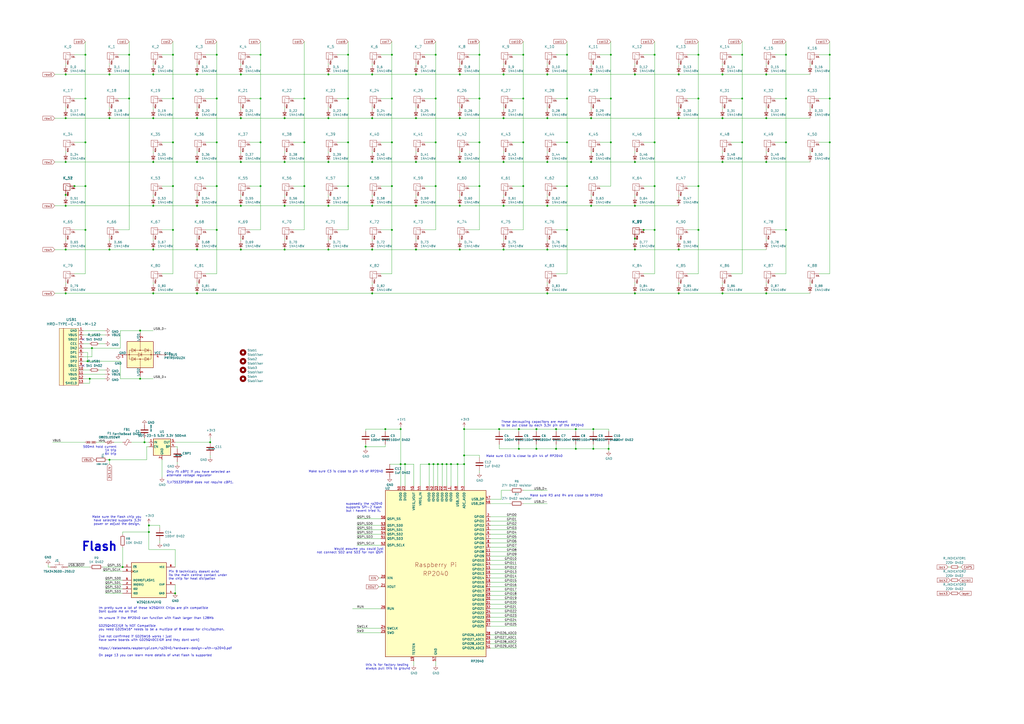
<source format=kicad_sch>
(kicad_sch (version 20211123) (generator eeschema)
  (paper "A2")
  (junction (at 139.7 68.58))
  (junction (at 303.53 31.75))
  (junction (at 151.13 107.95))
  (junction (at 344.17 248.92))
  (junction (at 368.3 170.18))
  (junction (at 83.82 256.54))
  (junction (at 74.93 31.75))
  (junction (at 354.33 82.55))
  (junction (at 379.73 31.75))
  (junction (at 88.9 170.18))
  (junction (at 328.93 31.75))
  (junction (at 419.1 68.58))
  (junction (at 317.5 93.98))
  (junction (at 328.93 107.95))
  (junction (at 342.9 119.38))
  (junction (at 114.3 43.18))
  (junction (at 165.1 144.78))
  (junction (at 368.3 93.98))
  (junction (at 419.1 93.98))
  (junction (at 215.9 144.78))
  (junction (at 322.58 260.35))
  (junction (at 289.56 248.92))
  (junction (at 317.5 144.78))
  (junction (at 269.24 269.24))
  (junction (at 88.9 144.78))
  (junction (at 342.9 43.18))
  (junction (at 241.3 43.18))
  (junction (at 114.3 68.58))
  (junction (at 234.95 269.24))
  (junction (at 455.93 57.15))
  (junction (at 334.01 260.35))
  (junction (at 190.5 68.58))
  (junction (at 455.93 31.75))
  (junction (at 292.1 43.18))
  (junction (at 328.93 133.35))
  (junction (at 53.34 201.93) (diameter 0.9144))
  (junction (at 74.93 57.15))
  (junction (at 430.53 57.15))
  (junction (at 368.3 144.78))
  (junction (at 38.1 170.18))
  (junction (at 251.46 269.24))
  (junction (at 38.1 119.38))
  (junction (at 419.1 170.18))
  (junction (at 151.13 31.75))
  (junction (at 86.36 304.8))
  (junction (at 317.5 170.18))
  (junction (at 373.38 133.35))
  (junction (at 311.15 248.92))
  (junction (at 139.7 93.98))
  (junction (at 481.33 82.55))
  (junction (at 269.24 248.92))
  (junction (at 63.5 144.78))
  (junction (at 278.13 107.95))
  (junction (at 278.13 31.75))
  (junction (at 303.53 107.95))
  (junction (at 265.43 269.24))
  (junction (at 269.24 264.16))
  (junction (at 201.93 31.75))
  (junction (at 344.17 260.35))
  (junction (at 254 269.24))
  (junction (at 241.3 144.78))
  (junction (at 248.92 269.24))
  (junction (at 227.33 82.55))
  (junction (at 405.13 31.75))
  (junction (at 215.9 93.98))
  (junction (at 266.7 144.78))
  (junction (at 278.13 82.55))
  (junction (at 241.3 119.38))
  (junction (at 86.36 308.61))
  (junction (at 256.54 269.24))
  (junction (at 303.53 57.15))
  (junction (at 139.7 119.38))
  (junction (at 317.5 68.58))
  (junction (at 125.73 107.95))
  (junction (at 300.99 248.92))
  (junction (at 241.3 68.58))
  (junction (at 259.08 269.24))
  (junction (at 342.9 68.58))
  (junction (at 266.7 68.58))
  (junction (at 201.93 82.55))
  (junction (at 252.73 57.15))
  (junction (at 379.73 107.95))
  (junction (at 151.13 82.55))
  (junction (at 334.01 248.92))
  (junction (at 114.3 144.78))
  (junction (at 379.73 82.55))
  (junction (at 303.53 82.55))
  (junction (at 252.73 107.95))
  (junction (at 292.1 93.98))
  (junction (at 114.3 93.98))
  (junction (at 393.7 170.18))
  (junction (at 201.93 57.15))
  (junction (at 405.13 107.95))
  (junction (at 455.93 133.35))
  (junction (at 190.5 43.18))
  (junction (at 232.41 269.24))
  (junction (at 125.73 31.75))
  (junction (at 261.62 269.24))
  (junction (at 38.1 144.78))
  (junction (at 38.1 68.58))
  (junction (at 292.1 119.38))
  (junction (at 354.33 57.15))
  (junction (at 88.9 93.98))
  (junction (at 125.73 82.55))
  (junction (at 101.6 344.17))
  (junction (at 49.53 133.35))
  (junction (at 292.1 144.78))
  (junction (at 165.1 68.58))
  (junction (at 71.12 328.93))
  (junction (at 190.5 93.98))
  (junction (at 368.3 138.43))
  (junction (at 266.7 43.18))
  (junction (at 165.1 119.38))
  (junction (at 379.73 133.35))
  (junction (at 368.3 43.18))
  (junction (at 215.9 119.38))
  (junction (at 227.33 107.95))
  (junction (at 322.58 248.92))
  (junction (at 430.53 82.55))
  (junction (at 49.53 57.15))
  (junction (at 212.09 259.08))
  (junction (at 393.7 43.18))
  (junction (at 353.06 260.35))
  (junction (at 481.33 57.15))
  (junction (at 49.53 82.55))
  (junction (at 252.73 82.55))
  (junction (at 215.9 68.58))
  (junction (at 368.3 119.38))
  (junction (at 100.33 57.15))
  (junction (at 215.9 43.18))
  (junction (at 317.5 43.18))
  (junction (at 328.93 82.55))
  (junction (at 100.33 31.75))
  (junction (at 139.7 144.78))
  (junction (at 393.7 68.58))
  (junction (at 176.53 82.55))
  (junction (at 114.3 170.18))
  (junction (at 50.8 209.55) (diameter 0.9144))
  (junction (at 63.5 266.7))
  (junction (at 444.5 68.58))
  (junction (at 444.5 93.98))
  (junction (at 190.5 144.78))
  (junction (at 227.33 57.15))
  (junction (at 311.15 260.35))
  (junction (at 63.5 68.58))
  (junction (at 176.53 107.95))
  (junction (at 100.33 133.35))
  (junction (at 125.73 133.35))
  (junction (at 63.5 43.18))
  (junction (at 278.13 57.15))
  (junction (at 328.93 57.15))
  (junction (at 300.99 260.35))
  (junction (at 43.18 107.95))
  (junction (at 49.53 31.75))
  (junction (at 52.07 219.71))
  (junction (at 430.53 31.75))
  (junction (at 151.13 57.15))
  (junction (at 38.1 113.03))
  (junction (at 88.9 43.18))
  (junction (at 114.3 119.38))
  (junction (at 266.7 119.38))
  (junction (at 139.7 43.18))
  (junction (at 201.93 107.95))
  (junction (at 444.5 43.18))
  (junction (at 215.9 170.18))
  (junction (at 266.7 93.98))
  (junction (at 444.5 170.18))
  (junction (at 38.1 93.98))
  (junction (at 232.41 248.92))
  (junction (at 241.3 93.98))
  (junction (at 354.33 31.75))
  (junction (at 49.53 107.95))
  (junction (at 292.1 68.58))
  (junction (at 223.52 248.92))
  (junction (at 176.53 57.15))
  (junction (at 342.9 93.98))
  (junction (at 190.5 119.38))
  (junction (at 100.33 107.95))
  (junction (at 419.1 43.18))
  (junction (at 121.92 256.54))
  (junction (at 455.93 82.55))
  (junction (at 405.13 57.15))
  (junction (at 227.33 31.75))
  (junction (at 481.33 31.75))
  (junction (at 38.1 43.18))
  (junction (at 81.28 191.77) (diameter 0.9144))
  (junction (at 125.73 57.15))
  (junction (at 100.33 82.55))
  (junction (at 393.7 144.78))
  (junction (at 227.33 133.35))
  (junction (at 165.1 93.98))
  (junction (at 88.9 119.38))
  (junction (at 405.13 133.35))
  (junction (at 81.28 219.71) (diameter 0.9144))
  (junction (at 252.73 31.75))
  (junction (at 317.5 119.38))
  (junction (at 88.9 68.58))
  (no_connect (at 48.26 196.85))
  (no_connect (at 48.26 212.09))
  (wire (pts (xy 241.3 93.98) (xy 266.7 93.98)))
  (wire (pts (xy 373.38 107.95) (xy 379.73 107.95)))
  (wire (pts (xy 455.93 31.75) (xy 455.93 57.15)))
  (wire (pts (xy 266.7 93.98) (xy 292.1 93.98)))
  (wire (pts (xy 201.93 31.75) (xy 201.93 57.15)))
  (wire (pts (xy 151.13 107.95) (xy 151.13 82.55)))
  (wire (pts (xy 328.93 107.95) (xy 328.93 82.55)))
  (wire (pts (xy 38.1 144.78) (xy 63.5 144.78)))
  (wire (pts (xy 114.3 138.43) (xy 114.3 139.7)))
  (wire (pts (xy 444.5 62.23) (xy 444.5 63.5)))
  (wire (pts (xy 220.98 340.36) (xy 219.71 340.36)))
  (wire (pts (xy 261.62 269.24) (xy 265.43 269.24)))
  (wire (pts (xy 240.03 281.94) (xy 240.03 269.24)))
  (wire (pts (xy 342.9 43.18) (xy 368.3 43.18)))
  (wire (pts (xy 212.09 257.81) (xy 212.09 259.08)))
  (wire (pts (xy 48.26 194.31) (xy 60.96 194.31)))
  (wire (pts (xy 278.13 31.75) (xy 278.13 57.15)))
  (wire (pts (xy 100.33 158.75) (xy 100.33 133.35)))
  (wire (pts (xy 284.48 289.56) (xy 290.83 289.56)))
  (wire (pts (xy 59.69 331.47) (xy 71.12 331.47)))
  (wire (pts (xy 241.3 113.03) (xy 241.3 114.3)))
  (wire (pts (xy 114.3 170.18) (xy 215.9 170.18)))
  (wire (pts (xy 63.5 266.7) (xy 85.09 266.7)))
  (wire (pts (xy 151.13 31.75) (xy 151.13 57.15)))
  (wire (pts (xy 190.5 62.23) (xy 190.5 63.5)))
  (wire (pts (xy 53.34 201.93) (xy 69.85 201.93)))
  (wire (pts (xy 69.85 191.77) (xy 81.28 191.77)))
  (wire (pts (xy 69.85 201.93) (xy 69.85 191.77)))
  (wire (pts (xy 81.28 191.77) (xy 88.9 191.77)))
  (wire (pts (xy 241.3 68.58) (xy 266.7 68.58)))
  (wire (pts (xy 207.01 312.42) (xy 220.98 312.42)))
  (wire (pts (xy 549.91 328.93) (xy 551.18 328.93)))
  (wire (pts (xy 556.26 328.93) (xy 557.53 328.93)))
  (wire (pts (xy 317.5 87.63) (xy 317.5 88.9)))
  (wire (pts (xy 125.73 107.95) (xy 125.73 82.55)))
  (wire (pts (xy 144.78 133.35) (xy 151.13 133.35)))
  (wire (pts (xy 398.78 107.95) (xy 405.13 107.95)))
  (wire (pts (xy 100.33 107.95) (xy 100.33 82.55)))
  (wire (pts (xy 278.13 265.43) (xy 278.13 264.16)))
  (wire (pts (xy 63.5 144.78) (xy 88.9 144.78)))
  (wire (pts (xy 252.73 31.75) (xy 252.73 57.15)))
  (wire (pts (xy 125.73 82.55) (xy 125.73 57.15)))
  (wire (pts (xy 66.04 256.54) (xy 71.12 256.54)))
  (wire (pts (xy 212.09 259.08) (xy 212.09 260.35)))
  (wire (pts (xy 93.98 82.55) (xy 100.33 82.55)))
  (wire (pts (xy 232.41 269.24) (xy 226.06 269.24)))
  (wire (pts (xy 43.18 133.35) (xy 49.53 133.35)))
  (wire (pts (xy 303.53 133.35) (xy 303.53 107.95)))
  (wire (pts (xy 347.98 31.75) (xy 354.33 31.75)))
  (wire (pts (xy 353.06 248.92) (xy 353.06 250.19)))
  (wire (pts (xy 246.38 82.55) (xy 252.73 82.55)))
  (wire (pts (xy 368.3 119.38) (xy 393.7 119.38)))
  (wire (pts (xy 405.13 133.35) (xy 405.13 107.95)))
  (wire (pts (xy 81.28 218.44) (xy 81.28 219.71)))
  (wire (pts (xy 48.26 219.71) (xy 52.07 219.71)))
  (wire (pts (xy 419.1 87.63) (xy 419.1 88.9)))
  (wire (pts (xy 201.93 107.95) (xy 201.93 82.55)))
  (wire (pts (xy 368.3 113.03) (xy 368.3 114.3)))
  (wire (pts (xy 215.9 68.58) (xy 241.3 68.58)))
  (wire (pts (xy 424.18 158.75) (xy 430.53 158.75)))
  (wire (pts (xy 114.3 68.58) (xy 139.7 68.58)))
  (wire (pts (xy 215.9 163.83) (xy 215.9 165.1)))
  (wire (pts (xy 278.13 24.13) (xy 278.13 31.75)))
  (wire (pts (xy 92.71 306.07) (xy 92.71 304.8)))
  (wire (pts (xy 100.33 24.13) (xy 100.33 31.75)))
  (wire (pts (xy 347.98 57.15) (xy 354.33 57.15)))
  (wire (pts (xy 227.33 158.75) (xy 227.33 133.35)))
  (wire (pts (xy 322.58 250.19) (xy 322.58 248.92)))
  (wire (pts (xy 271.78 82.55) (xy 278.13 82.55)))
  (wire (pts (xy 71.12 336.55) (xy 60.96 336.55)))
  (wire (pts (xy 292.1 113.03) (xy 292.1 114.3)))
  (wire (pts (xy 278.13 273.05) (xy 278.13 274.32)))
  (wire (pts (xy 449.58 31.75) (xy 455.93 31.75)))
  (wire (pts (xy 85.09 259.08) (xy 85.09 266.7)))
  (wire (pts (xy 393.7 144.78) (xy 444.5 144.78)))
  (wire (pts (xy 284.48 322.58) (xy 299.72 322.58)))
  (wire (pts (xy 59.69 328.93) (xy 71.12 328.93)))
  (wire (pts (xy 246.38 57.15) (xy 252.73 57.15)))
  (wire (pts (xy 88.9 144.78) (xy 114.3 144.78)))
  (wire (pts (xy 284.48 317.5) (xy 299.72 317.5)))
  (wire (pts (xy 444.5 36.83) (xy 444.5 38.1)))
  (wire (pts (xy 354.33 31.75) (xy 354.33 57.15)))
  (wire (pts (xy 393.7 68.58) (xy 419.1 68.58)))
  (wire (pts (xy 114.3 163.83) (xy 114.3 165.1)))
  (wire (pts (xy 284.48 332.74) (xy 299.72 332.74)))
  (wire (pts (xy 223.52 250.19) (xy 223.52 248.92)))
  (wire (pts (xy 76.2 256.54) (xy 83.82 256.54)))
  (wire (pts (xy 248.92 281.94) (xy 248.92 269.24)))
  (wire (pts (xy 317.5 163.83) (xy 317.5 165.1)))
  (wire (pts (xy 474.98 31.75) (xy 481.33 31.75)))
  (wire (pts (xy 220.98 107.95) (xy 227.33 107.95)))
  (wire (pts (xy 347.98 82.55) (xy 354.33 82.55)))
  (wire (pts (xy 114.3 36.83) (xy 114.3 38.1)))
  (wire (pts (xy 88.9 36.83) (xy 88.9 38.1)))
  (wire (pts (xy 269.24 264.16) (xy 278.13 264.16)))
  (wire (pts (xy 353.06 257.81) (xy 353.06 260.35)))
  (wire (pts (xy 266.7 62.23) (xy 266.7 63.5)))
  (wire (pts (xy 63.5 68.58) (xy 88.9 68.58)))
  (wire (pts (xy 151.13 24.13) (xy 151.13 31.75)))
  (wire (pts (xy 368.3 93.98) (xy 419.1 93.98)))
  (wire (pts (xy 271.78 133.35) (xy 278.13 133.35)))
  (wire (pts (xy 232.41 247.65) (xy 232.41 248.92)))
  (wire (pts (xy 393.7 43.18) (xy 419.1 43.18)))
  (wire (pts (xy 81.28 191.77) (xy 81.28 193.04)))
  (wire (pts (xy 232.41 248.92) (xy 232.41 269.24)))
  (wire (pts (xy 284.48 335.28) (xy 299.72 335.28)))
  (wire (pts (xy 92.71 313.69) (xy 92.71 314.96)))
  (wire (pts (xy 289.56 250.19) (xy 289.56 248.92)))
  (wire (pts (xy 317.5 113.03) (xy 317.5 114.3)))
  (wire (pts (xy 481.33 24.13) (xy 481.33 31.75)))
  (wire (pts (xy 297.18 57.15) (xy 303.53 57.15)))
  (wire (pts (xy 252.73 24.13) (xy 252.73 31.75)))
  (wire (pts (xy 444.5 170.18) (xy 469.9 170.18)))
  (wire (pts (xy 48.26 191.77) (xy 60.96 191.77)))
  (wire (pts (xy 88.9 93.98) (xy 114.3 93.98)))
  (wire (pts (xy 63.5 43.18) (xy 88.9 43.18)))
  (wire (pts (xy 368.3 138.43) (xy 368.3 139.7)))
  (wire (pts (xy 455.93 158.75) (xy 455.93 133.35)))
  (wire (pts (xy 290.83 284.48) (xy 295.91 284.48)))
  (wire (pts (xy 49.53 24.13) (xy 49.53 31.75)))
  (wire (pts (xy 252.73 107.95) (xy 252.73 82.55)))
  (wire (pts (xy 144.78 82.55) (xy 151.13 82.55)))
  (wire (pts (xy 256.54 281.94) (xy 256.54 269.24)))
  (wire (pts (xy 430.53 24.13) (xy 430.53 31.75)))
  (wire (pts (xy 284.48 340.36) (xy 299.72 340.36)))
  (wire (pts (xy 100.33 82.55) (xy 100.33 57.15)))
  (wire (pts (xy 215.9 170.18) (xy 317.5 170.18)))
  (wire (pts (xy 48.26 222.25) (xy 52.07 222.25)))
  (wire (pts (xy 165.1 113.03) (xy 165.1 114.3)))
  (wire (pts (xy 176.53 82.55) (xy 176.53 57.15)))
  (wire (pts (xy 139.7 119.38) (xy 165.1 119.38)))
  (wire (pts (xy 419.1 43.18) (xy 444.5 43.18)))
  (wire (pts (xy 271.78 57.15) (xy 278.13 57.15)))
  (wire (pts (xy 317.5 170.18) (xy 368.3 170.18)))
  (wire (pts (xy 322.58 133.35) (xy 328.93 133.35)))
  (wire (pts (xy 215.9 113.03) (xy 215.9 114.3)))
  (wire (pts (xy 474.98 57.15) (xy 481.33 57.15)))
  (wire (pts (xy 119.38 57.15) (xy 125.73 57.15)))
  (wire (pts (xy 424.18 31.75) (xy 430.53 31.75)))
  (wire (pts (xy 114.3 43.18) (xy 139.7 43.18)))
  (wire (pts (xy 220.98 364.49) (xy 207.01 364.49)))
  (wire (pts (xy 190.5 87.63) (xy 190.5 88.9)))
  (wire (pts (xy 241.3 119.38) (xy 266.7 119.38)))
  (wire (pts (xy 469.9 163.83) (xy 469.9 165.1)))
  (wire (pts (xy 266.7 144.78) (xy 292.1 144.78)))
  (wire (pts (xy 88.9 43.18) (xy 114.3 43.18)))
  (wire (pts (xy 31.75 43.18) (xy 38.1 43.18)))
  (wire (pts (xy 289.56 257.81) (xy 289.56 260.35)))
  (wire (pts (xy 207.01 307.34) (xy 220.98 307.34)))
  (wire (pts (xy 121.92 254) (xy 121.92 256.54)))
  (wire (pts (xy 481.33 31.75) (xy 481.33 57.15)))
  (wire (pts (xy 223.52 259.08) (xy 223.52 257.81)))
  (wire (pts (xy 114.3 62.23) (xy 114.3 63.5)))
  (wire (pts (xy 176.53 24.13) (xy 176.53 57.15)))
  (wire (pts (xy 419.1 36.83) (xy 419.1 38.1)))
  (wire (pts (xy 139.7 43.18) (xy 190.5 43.18)))
  (wire (pts (xy 195.58 82.55) (xy 201.93 82.55)))
  (wire (pts (xy 266.7 36.83) (xy 266.7 38.1)))
  (wire (pts (xy 292.1 36.83) (xy 292.1 38.1)))
  (wire (pts (xy 284.48 355.6) (xy 299.72 355.6)))
  (wire (pts (xy 52.07 219.71) (xy 60.96 219.71)))
  (wire (pts (xy 48.26 214.63) (xy 52.07 214.63)))
  (wire (pts (xy 57.15 214.63) (xy 60.96 214.63)))
  (wire (pts (xy 119.38 82.55) (xy 125.73 82.55)))
  (wire (pts (xy 220.98 367.03) (xy 207.01 367.03)))
  (wire (pts (xy 227.33 82.55) (xy 227.33 57.15)))
  (wire (pts (xy 31.75 170.18) (xy 38.1 170.18)))
  (wire (pts (xy 246.38 133.35) (xy 252.73 133.35)))
  (wire (pts (xy 469.9 36.83) (xy 469.9 38.1)))
  (wire (pts (xy 241.3 62.23) (xy 241.3 63.5)))
  (wire (pts (xy 83.82 254) (xy 83.82 256.54)))
  (wire (pts (xy 63.5 62.23) (xy 63.5 63.5)))
  (wire (pts (xy 317.5 119.38) (xy 342.9 119.38)))
  (wire (pts (xy 419.1 170.18) (xy 444.5 170.18)))
  (wire (pts (xy 165.1 62.23) (xy 165.1 63.5)))
  (wire (pts (xy 368.3 170.18) (xy 393.7 170.18)))
  (wire (pts (xy 354.33 82.55) (xy 354.33 57.15)))
  (wire (pts (xy 52.07 222.25) (xy 52.07 219.71)))
  (wire (pts (xy 86.36 308.61) (xy 86.36 318.77)))
  (wire (pts (xy 38.1 68.58) (xy 63.5 68.58)))
  (wire (pts (xy 121.92 264.16) (xy 121.92 265.43)))
  (wire (pts (xy 266.7 138.43) (xy 266.7 139.7)))
  (wire (pts (xy 481.33 158.75) (xy 481.33 82.55)))
  (wire (pts (xy 246.38 107.95) (xy 252.73 107.95)))
  (wire (pts (xy 419.1 68.58) (xy 444.5 68.58)))
  (wire (pts (xy 165.1 119.38) (xy 190.5 119.38)))
  (wire (pts (xy 266.7 113.03) (xy 266.7 114.3)))
  (wire (pts (xy 215.9 144.78) (xy 241.3 144.78)))
  (wire (pts (xy 101.6 344.17) (xy 101.6 339.09)))
  (wire (pts (xy 284.48 330.2) (xy 299.72 330.2)))
  (wire (pts (xy 215.9 43.18) (xy 241.3 43.18)))
  (wire (pts (xy 292.1 138.43) (xy 292.1 139.7)))
  (wire (pts (xy 297.18 133.35) (xy 303.53 133.35)))
  (wire (pts (xy 30.48 256.54) (xy 49.53 256.54)))
  (wire (pts (xy 49.53 133.35) (xy 49.53 107.95)))
  (wire (pts (xy 322.58 158.75) (xy 328.93 158.75)))
  (wire (pts (xy 74.93 31.75) (xy 74.93 57.15)))
  (wire (pts (xy 328.93 31.75) (xy 328.93 57.15)))
  (wire (pts (xy 227.33 133.35) (xy 227.33 107.95)))
  (wire (pts (xy 284.48 304.8) (xy 299.72 304.8)))
  (wire (pts (xy 292.1 62.23) (xy 292.1 63.5)))
  (wire (pts (xy 68.58 57.15) (xy 74.93 57.15)))
  (wire (pts (xy 259.08 269.24) (xy 261.62 269.24)))
  (wire (pts (xy 317.5 43.18) (xy 342.9 43.18)))
  (wire (pts (xy 63.5 266.7) (xy 63.5 269.24)))
  (wire (pts (xy 393.7 36.83) (xy 393.7 38.1)))
  (wire (pts (xy 31.75 68.58) (xy 38.1 68.58)))
  (wire (pts (xy 86.36 318.77) (xy 101.6 318.77)))
  (wire (pts (xy 68.58 31.75) (xy 74.93 31.75)))
  (wire (pts (xy 63.5 138.43) (xy 63.5 139.7)))
  (wire (pts (xy 125.73 158.75) (xy 125.73 133.35)))
  (wire (pts (xy 284.48 302.26) (xy 299.72 302.26)))
  (wire (pts (xy 474.98 82.55) (xy 481.33 82.55)))
  (wire (pts (xy 86.36 303.53) (xy 86.36 304.8)))
  (wire (pts (xy 322.58 260.35) (xy 311.15 260.35)))
  (wire (pts (xy 405.13 107.95) (xy 405.13 57.15)))
  (wire (pts (xy 322.58 82.55) (xy 328.93 82.55)))
  (wire (pts (xy 379.73 107.95) (xy 379.73 82.55)))
  (wire (pts (xy 227.33 24.13) (xy 227.33 31.75)))
  (wire (pts (xy 48.26 217.17) (xy 60.96 217.17)))
  (wire (pts (xy 170.18 82.55) (xy 176.53 82.55)))
  (wire (pts (xy 373.38 31.75) (xy 379.73 31.75)))
  (wire (pts (xy 190.5 119.38) (xy 215.9 119.38)))
  (wire (pts (xy 284.48 347.98) (xy 299.72 347.98)))
  (wire (pts (xy 88.9 87.63) (xy 88.9 88.9)))
  (wire (pts (xy 347.98 107.95) (xy 354.33 107.95)))
  (wire (pts (xy 190.5 138.43) (xy 190.5 139.7)))
  (wire (pts (xy 119.38 158.75) (xy 125.73 158.75)))
  (wire (pts (xy 284.48 325.12) (xy 299.72 325.12)))
  (wire (pts (xy 284.48 292.1) (xy 295.91 292.1)))
  (wire (pts (xy 311.15 257.81) (xy 311.15 260.35)))
  (wire (pts (xy 444.5 93.98) (xy 469.9 93.98)))
  (wire (pts (xy 342.9 87.63) (xy 342.9 88.9)))
  (wire (pts (xy 93.98 133.35) (xy 100.33 133.35)))
  (wire (pts (xy 139.7 113.03) (xy 139.7 114.3)))
  (wire (pts (xy 215.9 93.98) (xy 241.3 93.98)))
  (wire (pts (xy 405.13 31.75) (xy 405.13 57.15)))
  (wire (pts (xy 114.3 87.63) (xy 114.3 88.9)))
  (wire (pts (xy 246.38 31.75) (xy 252.73 31.75)))
  (wire (pts (xy 195.58 31.75) (xy 201.93 31.75)))
  (wire (pts (xy 269.24 264.16) (xy 269.24 269.24)))
  (wire (pts (xy 300.99 248.92) (xy 311.15 248.92)))
  (wire (pts (xy 368.3 36.83) (xy 368.3 38.1)))
  (wire (pts (xy 261.62 269.24) (xy 261.62 281.94)))
  (wire (pts (xy 195.58 107.95) (xy 201.93 107.95)))
  (wire (pts (xy 292.1 43.18) (xy 317.5 43.18)))
  (wire (pts (xy 254 269.24) (xy 256.54 269.24)))
  (wire (pts (xy 60.96 339.09) (xy 71.12 339.09)))
  (wire (pts (xy 252.73 383.54) (xy 252.73 386.08)))
  (wire (pts (xy 215.9 62.23) (xy 215.9 63.5)))
  (wire (pts (xy 419.1 93.98) (xy 444.5 93.98)))
  (wire (pts (xy 204.47 353.06) (xy 220.98 353.06)))
  (wire (pts (xy 165.1 68.58) (xy 190.5 68.58)))
  (wire (pts (xy 393.7 113.03) (xy 393.7 114.3)))
  (wire (pts (xy 284.48 370.84) (xy 299.72 370.84)))
  (wire (pts (xy 38.1 170.18) (xy 88.9 170.18)))
  (wire (pts (xy 212.09 248.92) (xy 223.52 248.92)))
  (wire (pts (xy 220.98 158.75) (xy 227.33 158.75)))
  (wire (pts (xy 93.98 158.75) (xy 100.33 158.75)))
  (wire (pts (xy 368.3 87.63) (xy 368.3 88.9)))
  (wire (pts (xy 38.1 138.43) (xy 38.1 139.7)))
  (wire (pts (xy 252.73 82.55) (xy 252.73 57.15)))
  (wire (pts (xy 455.93 24.13) (xy 455.93 31.75)))
  (wire (pts (xy 292.1 93.98) (xy 317.5 93.98)))
  (wire (pts (xy 444.5 163.83) (xy 444.5 165.1)))
  (wire (pts (xy 353.06 261.62) (xy 353.06 260.35)))
  (wire (pts (xy 241.3 144.78) (xy 266.7 144.78)))
  (wire (pts (xy 284.48 327.66) (xy 299.72 327.66)))
  (wire (pts (xy 241.3 43.18) (xy 266.7 43.18)))
  (wire (pts (xy 93.98 266.7) (xy 93.98 276.86)))
  (wire (pts (xy 88.9 119.38) (xy 114.3 119.38)))
  (wire (pts (xy 220.98 57.15) (xy 227.33 57.15)))
  (wire (pts (xy 300.99 250.19) (xy 300.99 248.92)))
  (wire (pts (xy 93.98 107.95) (xy 100.33 107.95)))
  (wire (pts (xy 342.9 36.83) (xy 342.9 38.1)))
  (wire (pts (xy 328.93 24.13) (xy 328.93 31.75)))
  (wire (pts (xy 220.98 300.99) (xy 207.01 300.99)))
  (wire (pts (xy 139.7 36.83) (xy 139.7 38.1)))
  (wire (pts (xy 119.38 31.75) (xy 125.73 31.75)))
  (wire (pts (xy 424.18 57.15) (xy 430.53 57.15)))
  (wire (pts (xy 317.5 62.23) (xy 317.5 63.5)))
  (wire (pts (xy 259.08 281.94) (xy 259.08 269.24)))
  (wire (pts (xy 114.3 93.98) (xy 139.7 93.98)))
  (wire (pts (xy 266.7 43.18) (xy 292.1 43.18)))
  (wire (pts (xy 449.58 158.75) (xy 455.93 158.75)))
  (wire (pts (xy 265.43 281.94) (xy 265.43 269.24)))
  (wire (pts (xy 398.78 57.15) (xy 405.13 57.15)))
  (wire (pts (xy 139.7 93.98) (xy 165.1 93.98)))
  (wire (pts (xy 165.1 144.78) (xy 190.5 144.78)))
  (wire (pts (xy 284.48 307.34) (xy 299.72 307.34)))
  (wire (pts (xy 430.53 31.75) (xy 430.53 57.15)))
  (wire (pts (xy 100.33 133.35) (xy 100.33 107.95)))
  (wire (pts (xy 170.18 57.15) (xy 176.53 57.15)))
  (wire (pts (xy 292.1 144.78) (xy 317.5 144.78)))
  (wire (pts (xy 284.48 350.52) (xy 299.72 350.52)))
  (wire (pts (xy 38.1 87.63) (xy 38.1 88.9)))
  (wire (pts (xy 195.58 133.35) (xy 201.93 133.35)))
  (wire (pts (xy 195.58 57.15) (xy 201.93 57.15)))
  (wire (pts (xy 38.1 62.23) (xy 38.1 63.5)))
  (wire (pts (xy 297.18 82.55) (xy 303.53 82.55)))
  (wire (pts (xy 71.12 317.5) (xy 71.12 328.93)))
  (wire (pts (xy 430.53 158.75) (xy 430.53 82.55)))
  (wire (pts (xy 119.38 133.35) (xy 125.73 133.35)))
  (wire (pts (xy 48.26 199.39) (xy 52.07 199.39)))
  (wire (pts (xy 57.15 199.39) (xy 60.96 199.39)))
  (wire (pts (xy 368.3 144.78) (xy 393.7 144.78)))
  (wire (pts (xy 55.88 256.54) (xy 60.96 256.54)))
  (wire (pts (xy 398.78 133.35) (xy 405.13 133.35)))
  (wire (pts (xy 165.1 138.43) (xy 165.1 139.7)))
  (wire (pts (xy 220.98 82.55) (xy 227.33 82.55)))
  (wire (pts (xy 398.78 158.75) (xy 405.13 158.75)))
  (wire (pts (xy 334.01 260.35) (xy 322.58 260.35)))
  (wire (pts (xy 68.58 133.35) (xy 74.93 133.35)))
  (wire (pts (xy 234.95 281.94) (xy 234.95 269.24)))
  (wire (pts (xy 393.7 138.43) (xy 393.7 139.7)))
  (wire (pts (xy 176.53 107.95) (xy 176.53 82.55)))
  (wire (pts (xy 419.1 62.23) (xy 419.1 63.5)))
  (wire (pts (xy 62.23 266.7) (xy 63.5 266.7)))
  (wire (pts (xy 101.6 328.93) (xy 101.6 318.77)))
  (wire (pts (xy 102.87 260.35) (xy 102.87 259.08)))
  (wire (pts (xy 284.48 345.44) (xy 299.72 345.44)))
  (wire (pts (xy 303.53 284.48) (xy 317.5 284.48)))
  (wire (pts (xy 373.38 158.75) (xy 379.73 158.75)))
  (wire (pts (xy 303.53 107.95) (xy 303.53 82.55)))
  (wire (pts (xy 83.82 256.54) (xy 86.36 256.54)))
  (wire (pts (xy 151.13 133.35) (xy 151.13 107.95)))
  (wire (pts (xy 317.5 144.78) (xy 368.3 144.78)))
  (wire (pts (xy 342.9 62.23) (xy 342.9 63.5)))
  (wire (pts (xy 344.17 257.81) (xy 344.17 260.35)))
  (wire (pts (xy 393.7 170.18) (xy 419.1 170.18)))
  (wire (pts (xy 289.56 248.92) (xy 300.99 248.92)))
  (wire (pts (xy 284.48 312.42) (xy 299.72 312.42)))
  (wire (pts (xy 43.18 107.95) (xy 49.53 107.95)))
  (wire (pts (xy 139.7 62.23) (xy 139.7 63.5)))
  (wire (pts (xy 71.12 308.61) (xy 86.36 308.61)))
  (wire (pts (xy 334.01 257.81) (xy 334.01 260.35)))
  (wire (pts (xy 398.78 31.75) (xy 405.13 31.75)))
  (wire (pts (xy 284.48 353.06) (xy 299.72 353.06)))
  (wire (pts (xy 176.53 133.35) (xy 176.53 107.95)))
  (wire (pts (xy 474.98 158.75) (xy 481.33 158.75)))
  (wire (pts (xy 354.33 107.95) (xy 354.33 82.55)))
  (wire (pts (xy 234.95 269.24) (xy 232.41 269.24)))
  (wire (pts (xy 220.98 316.23) (xy 207.01 316.23)))
  (wire (pts (xy 424.18 82.55) (xy 430.53 82.55)))
  (wire (pts (xy 328.93 158.75) (xy 328.93 133.35)))
  (wire (pts (xy 92.71 304.8) (xy 86.36 304.8)))
  (wire (pts (xy 71.12 344.17) (xy 60.96 344.17)))
  (wire (pts (xy 379.73 158.75) (xy 379.73 133.35)))
  (wire (pts (xy 38.1 36.83) (xy 38.1 38.1)))
  (wire (pts (xy 31.75 119.38) (xy 38.1 119.38)))
  (wire (pts (xy 379.73 133.35) (xy 379.73 107.95)))
  (wire (pts (xy 170.18 107.95) (xy 176.53 107.95)))
  (wire (pts (xy 344.17 248.92) (xy 353.06 248.92)))
  (wire (pts (xy 300.99 260.35) (xy 311.15 260.35)))
  (wire (pts (xy 297.18 31.75) (xy 303.53 31.75)))
  (wire (pts (xy 139.7 87.63) (xy 139.7 88.9)))
  (wire (pts (xy 215.9 36.83) (xy 215.9 38.1)))
  (wire (pts (xy 125.73 31.75) (xy 125.73 57.15)))
  (wire (pts (xy 50.8 209.55) (xy 69.85 209.55)))
  (wire (pts (xy 69.85 209.55) (xy 69.85 219.71)))
  (wire (pts (xy 69.85 219.71) (xy 81.28 219.71)))
  (wire (pts (xy 81.28 219.71) (xy 88.9 219.71)))
  (wire (pts (xy 151.13 82.55) (xy 151.13 57.15)))
  (wire (pts (xy 190.5 113.03) (xy 190.5 114.3)))
  (wire (pts (xy 405.13 24.13) (xy 405.13 31.75)))
  (wire (pts (xy 393.7 163.83) (xy 393.7 165.1)))
  (wire (pts (xy 49.53 82.55) (xy 49.53 57.15)))
  (wire (pts (xy 317.5 93.98) (xy 342.9 93.98)))
  (wire (pts (xy 29.21 328.93) (xy 27.94 328.93)))
  (wire (pts (xy 269.24 248.92) (xy 289.56 248.92)))
  (wire (pts (xy 292.1 68.58) (xy 317.5 68.58)))
  (wire (pts (xy 31.75 93.98) (xy 38.1 93.98)))
  (wire (pts (xy 88.9 68.58) (xy 114.3 68.58)))
  (wire (pts (xy 252.73 133.35) (xy 252.73 107.95)))
  (wire (pts (xy 71.12 341.63) (xy 60.96 341.63)))
  (wire (pts (xy 444.5 138.43) (xy 444.5 139.7)))
  (wire (pts (xy 455.93 133.35) (xy 455.93 82.55)))
  (wire (pts (xy 38.1 93.98) (xy 88.9 93.98)))
  (wire (pts (xy 373.38 133.35) (xy 379.73 133.35)))
  (wire (pts (xy 342.9 93.98) (xy 368.3 93.98)))
  (wire (pts (xy 444.5 87.63) (xy 444.5 88.9)))
  (wire (pts (xy 284.48 309.88) (xy 299.72 309.88)))
  (wire (pts (xy 328.93 82.55) (xy 328.93 57.15)))
  (wire (pts (xy 322.58 57.15) (xy 328.93 57.15)))
  (wire (pts (xy 52.07 328.93) (xy 39.37 328.93)))
  (wire (pts (xy 93.98 31.75) (xy 100.33 31.75)))
  (wire (pts (xy 243.84 269.24) (xy 248.92 269.24)))
  (wire (pts (xy 481.33 82.55) (xy 481.33 57.15)))
  (wire (pts (xy 88.9 138.43) (xy 88.9 139.7)))
  (wire (pts (xy 88.9 62.23) (xy 88.9 63.5)))
  (wire (pts (xy 266.7 119.38) (xy 292.1 119.38)))
  (wire (pts (xy 266.7 87.63) (xy 266.7 88.9)))
  (wire (pts (xy 284.48 375.92) (xy 299.72 375.92)))
  (wire (pts (xy 74.93 133.35) (xy 74.93 57.15)))
  (wire (pts (xy 254 281.94) (xy 254 269.24)))
  (wire (pts (xy 43.18 82.55) (xy 49.53 82.55)))
  (wire (pts (xy 227.33 107.95) (xy 227.33 82.55)))
  (wire (pts (xy 449.58 82.55) (xy 455.93 82.55)))
  (wire (pts (xy 49.53 158.75) (xy 49.53 133.35)))
  (wire (pts (xy 240.03 269.24) (xy 234.95 269.24)))
  (wire (pts (xy 317.5 36.83) (xy 317.5 38.1)))
  (wire (pts (xy 334.01 248.92) (xy 344.17 248.92)))
  (wire (pts (xy 170.18 133.35) (xy 176.53 133.35)))
  (wire (pts (xy 63.5 36.83) (xy 63.5 38.1)))
  (wire (pts (xy 322.58 248.92) (xy 334.01 248.92)))
  (wire (pts (xy 88.9 170.18) (xy 114.3 170.18)))
  (wire (pts (xy 284.48 368.3) (xy 299.72 368.3)))
  (wire (pts (xy 368.3 43.18) (xy 393.7 43.18)))
  (wire (pts (xy 303.53 292.1) (xy 317.5 292.1)))
  (wire (pts (xy 144.78 107.95) (xy 151.13 107.95)))
  (wire (pts (xy 190.5 144.78) (xy 215.9 144.78)))
  (wire (pts (xy 344.17 248.92) (xy 344.17 250.19)))
  (wire (pts (xy 284.48 373.38) (xy 299.72 373.38)))
  (wire (pts (xy 300.99 260.35) (xy 300.99 257.81)))
  (wire (pts (xy 201.93 133.35) (xy 201.93 107.95)))
  (wire (pts (xy 243.84 281.94) (xy 243.84 269.24)))
  (wire (pts (xy 297.18 107.95) (xy 303.53 107.95)))
  (wire (pts (xy 201.93 24.13) (xy 201.93 31.75)))
  (wire (pts (xy 256.54 269.24) (xy 259.08 269.24)))
  (wire (pts (xy 405.13 158.75) (xy 405.13 133.35)))
  (wire (pts (xy 86.36 304.8) (xy 86.36 308.61)))
  (wire (pts (xy 139.7 68.58) (xy 165.1 68.58)))
  (wire (pts (xy 379.73 24.13) (xy 379.73 31.75)))
  (wire (pts (xy 71.12 309.88) (xy 71.12 308.61)))
  (wire (pts (xy 379.73 31.75) (xy 379.73 82.55)))
  (wire (pts (xy 322.58 107.95) (xy 328.93 107.95)))
  (wire (pts (xy 139.7 144.78) (xy 165.1 144.78)))
  (wire (pts (xy 303.53 82.55) (xy 303.53 57.15)))
  (wire (pts (xy 317.5 138.43) (xy 317.5 139.7)))
  (wire (pts (xy 289.56 260.35) (xy 300.99 260.35)))
  (wire (pts (xy 266.7 68.58) (xy 292.1 68.58)))
  (wire (pts (xy 241.3 138.43) (xy 241.3 139.7)))
  (wire (pts (xy 139.7 138.43) (xy 139.7 139.7)))
  (wire (pts (xy 444.5 68.58) (xy 469.9 68.58)))
  (wire (pts (xy 220.98 133.35) (xy 227.33 133.35)))
  (wire (pts (xy 207.01 304.8) (xy 220.98 304.8)))
  (wire (pts (xy 284.48 360.68) (xy 299.72 360.68)))
  (wire (pts (xy 449.58 57.15) (xy 455.93 57.15)))
  (wire (pts (xy 219.71 335.28) (xy 220.98 335.28)))
  (wire (pts (xy 284.48 342.9) (xy 299.72 342.9)))
  (wire (pts (xy 102.87 259.08) (xy 101.6 259.08)))
  (wire (pts (xy 100.33 31.75) (xy 100.33 57.15)))
  (wire (pts (xy 449.58 133.35) (xy 455.93 133.35)))
  (wire (pts (xy 269.24 269.24) (xy 269.24 281.94)))
  (wire (pts (xy 284.48 363.22) (xy 299.72 363.22)))
  (wire (pts (xy 212.09 259.08) (xy 223.52 259.08)))
  (wire (pts (xy 220.98 31.75) (xy 227.33 31.75)))
  (wire (pts (xy 469.9 62.23) (xy 469.9 63.5)))
  (wire (pts (xy 334.01 250.19) (xy 334.01 248.92)))
  (wire (pts (xy 271.78 31.75) (xy 278.13 31.75)))
  (wire (pts (xy 38.1 113.03) (xy 38.1 114.3)))
  (wire (pts (xy 269.24 248.92) (xy 269.24 264.16)))
  (wire (pts (xy 88.9 113.03) (xy 88.9 114.3)))
  (wire (pts (xy 125.73 24.13) (xy 125.73 31.75)))
  (wire (pts (xy 38.1 119.38) (xy 88.9 119.38)))
  (wire (pts (xy 284.48 337.82) (xy 299.72 337.82)))
  (wire (pts (xy 317.5 68.58) (xy 342.9 68.58)))
  (wire (pts (xy 344.17 260.35) (xy 334.01 260.35)))
  (wire (pts (xy 241.3 87.63) (xy 241.3 88.9)))
  (wire (pts (xy 269.24 247.65) (xy 269.24 248.92)))
  (wire (pts (xy 190.5 36.83) (xy 190.5 38.1)))
  (wire (pts (xy 284.48 358.14) (xy 299.72 358.14)))
  (wire (pts (xy 232.41 269.24) (xy 232.41 281.94)))
  (wire (pts (xy 278.13 133.35) (xy 278.13 107.95)))
  (wire (pts (xy 49.53 31.75) (xy 49.53 57.15)))
  (wire (pts (xy 292.1 87.63) (xy 292.1 88.9)))
  (wire (pts (xy 368.3 163.83) (xy 368.3 165.1)))
  (wire (pts (xy 74.93 24.13) (xy 74.93 31.75)))
  (wire (pts (xy 102.87 269.24) (xy 102.87 267.97)))
  (wire (pts (xy 342.9 68.58) (xy 393.7 68.58)))
  (wire (pts (xy 354.33 24.13) (xy 354.33 31.75)))
  (wire (pts (xy 85.09 259.08) (xy 86.36 259.08)))
  (wire (pts (xy 251.46 269.24) (xy 254 269.24)))
  (wire (pts (xy 215.9 138.43) (xy 215.9 139.7)))
  (wire (pts (xy 248.92 269.24) (xy 251.46 269.24)))
  (wire (pts (xy 227.33 31.75) (xy 227.33 57.15)))
  (wire (pts (xy 278.13 82.55) (xy 278.13 57.15)))
  (wire (pts (xy 43.18 31.75) (xy 49.53 31.75)))
  (wire (pts (xy 125.73 133.35) (xy 125.73 107.95)))
  (wire (pts (xy 373.38 82.55) (xy 379.73 82.55)))
  (wire (pts (xy 342.9 119.38) (xy 368.3 119.38)))
  (wire (pts (xy 119.38 107.95) (xy 125.73 107.95)))
  (wire (pts (xy 444.5 43.18) (xy 469.9 43.18)))
  (wire (pts (xy 190.5 43.18) (xy 215.9 43.18)))
  (wire (pts (xy 322.58 257.81) (xy 322.58 260.35)))
  (wire (pts (xy 215.9 87.63) (xy 215.9 88.9)))
  (wire (pts (xy 292.1 119.38) (xy 317.5 119.38)))
  (wire (pts (xy 165.1 87.63) (xy 165.1 88.9)))
  (wire (pts (xy 215.9 119.38) (xy 241.3 119.38)))
  (wire (pts (xy 49.53 107.95) (xy 49.53 82.55)))
  (wire (pts (xy 303.53 31.75) (xy 303.53 57.15)))
  (wire (pts (xy 393.7 62.23) (xy 393.7 63.5)))
  (wire (pts (xy 322.58 31.75) (xy 328.93 31.75)))
  (wire (pts (xy 144.78 31.75) (xy 151.13 31.75)))
  (wire (pts (xy 342.9 113.03) (xy 342.9 114.3)))
  (wire (pts (xy 455.93 82.55) (xy 455.93 57.15)))
  (wire (pts (xy 190.5 68.58) (xy 215.9 68.58)))
  (wire (pts (xy 284.48 320.04) (xy 299.72 320.04)))
  (wire (pts (xy 303.53 24.13) (xy 303.53 31.75)))
  (wire (pts (xy 201.93 82.55) (xy 201.93 57.15)))
  (wire (pts (xy 190.5 93.98) (xy 215.9 93.98)))
  (wire (pts (xy 114.3 113.03) (xy 114.3 114.3)))
  (wire (pts (xy 271.78 107.95) (xy 278.13 107.95)))
  (wire (pts (xy 144.78 57.15) (xy 151.13 57.15)))
  (wire (pts (xy 241.3 36.83) (xy 241.3 38.1)))
  (wire (pts (xy 43.18 158.75) (xy 49.53 158.75)))
  (wire (pts (xy 223.52 248.92) (xy 232.41 248.92)))
  (wire (pts (xy 278.13 107.95) (xy 278.13 82.55)))
  (wire (pts (xy 212.09 250.19) (xy 212.09 248.92)))
  (wire (pts (xy 114.3 119.38) (xy 139.7 119.38)))
  (wire (pts (xy 43.18 57.15) (xy 49.53 57.15)))
  (wire (pts (xy 265.43 269.24) (xy 269.24 269.24)))
  (wire (pts (xy 430.53 82.55) (xy 430.53 57.15)))
  (wire (pts (xy 48.26 204.47) (xy 50.8 204.47)))
  (wire (pts (xy 50.8 204.47) (xy 50.8 209.55)))
  (wire (pts (xy 50.8 209.55) (xy 48.26 209.55)))
  (wire (pts (xy 114.3 144.78) (xy 139.7 144.78)))
  (wire (pts (xy 311.15 250.19) (xy 311.15 248.92)))
  (wire (pts (xy 290.83 284.48) (xy 290.83 289.56)))
  (wire (pts (xy 27.94 328.93) (xy 27.94 327.66)))
  (wire (pts (xy 207.01 309.88) (xy 220.98 309.88)))
  (wire (pts (xy 344.17 260.35) (xy 353.06 260.35)))
  (wire (pts (xy 240.03 383.54) (xy 240.03 386.08)))
  (wire (pts (xy 38.1 43.18) (xy 63.5 43.18)))
  (wire (pts (xy 284.48 299.72) (xy 299.72 299.72)))
  (wire (pts (xy 165.1 93.98) (xy 190.5 93.98)))
  (wire (pts (xy 311.15 248.92) (xy 322.58 248.92)))
  (wire (pts (xy 469.9 87.63) (xy 469.9 88.9)))
  (wire (pts (xy 88.9 163.83) (xy 88.9 165.1)))
  (wire (pts (xy 284.48 314.96) (xy 299.72 314.96)))
  (wire (pts (xy 419.1 163.83) (xy 419.1 165.1)))
  (wire (pts (xy 31.75 144.78) (xy 38.1 144.78)))
  (wire (pts (xy 93.98 57.15) (xy 100.33 57.15)))
  (wire (pts (xy 251.46 281.94) (xy 251.46 269.24)))
  (wire (pts (xy 38.1 163.83) (xy 38.1 165.1)))
  (wire (pts (xy 101.6 256.54) (xy 121.92 256.54)))
  (wire (pts (xy 328.93 133.35) (xy 328.93 107.95)))
  (wire (pts (xy 48.26 201.93) (xy 53.34 201.93)))
  (wire (pts (xy 48.26 207.01) (xy 53.34 207.01)))
  (wire (pts (xy 53.34 201.93) (xy 53.34 207.01)))
  (text "Flash" (at 46.99 320.04 0) (effects (font (size 5.0038 5.0038) (thickness 1.0008) bold) (justify left bottom)))
  (text "Im pretty sure a lot of these W25QXXX Chips are pin compatible\nDont quote me on that" (at 57.15 355.6 0) (effects (font (size 1.27 1.27)) (justify left bottom)))
  (text "Make sure the flash chip you\n have selected supports 3.3V\n power or adjust the design." (at 53.34 304.8 0) (effects (font (size 1.27 1.27)) (justify left bottom)))
  (text "Only fit cBP1 if you have selected an \nalternate voltage regulator\n\nTLV75533PDBVR does not require cBP1." (at 96.52 280.67 0) (effects (font (size 1.27 1.27) italic) (justify left bottom)))
  (text "GD25Q40CEIGR is NOT Compatible\nyou need GD25W16* needs to be a multiple of 8 atleast for circuitpython.\n\n(Ive not confirmed if GD25W16 works I just \nHave some boards with GD25Q40CEIGR and they dont work)" (at 57.15 372.11 0) (effects (font (size 1.27 1.27)) (justify left bottom)))
  (text "suposedly the rp2040\nsupports SPI-2 flash\nbut I havent tried it.\n" (at 200.66 297.18 0) (effects (font (size 1.27 1.27)) (justify left bottom)))
  (text "Make sure R3 and R4 are close to RP2040" (at 307.34 288.29 0) (effects (font (size 1.27 1.27)) (justify left bottom)))
  (text "Make sure C3 is close to pin 45 of RP2040" (at 222.25 274.32 180) (effects (font (size 1.27 1.27)) (justify right bottom)))
  (text "Make sure C10 is close to pin 44 of RP2040" (at 281.94 265.43 0) (effects (font (size 1.27 1.27)) (justify left bottom)))
  (text "These decoupling capacitors are meant\nto be put close by each 3.3V pin of the RP2040" (at 290.83 247.65 0) (effects (font (size 1.27 1.27)) (justify left bottom)))
  (text "https://datasheets.raspberrypi.com/rp2040/hardware-design-with-rp2040.pdf\n\nOn page 13 you can learn more details of what flash is supported\n" (at 57.15 381 0) (effects (font (size 1.27 1.27)) (justify left bottom)))
  (text "this is for factory testing\nalways pull this to ground" (at 212.09 388.62 0) (effects (font (size 1.27 1.27)) (justify left bottom)))
  (text "Would assume you could just\nnot connect SD2 and SD3 for non QSPI" (at 222.504 321.31 180) (effects (font (size 1.27 1.27)) (justify right bottom)))
  (text "Im unsure if the RP2040 can function with flash larger than 128Mb" (at 57.15 359.41 0) (effects (font (size 1.27 1.27)) (justify left bottom)))
  (text "500mA hold current\n1A trip\n6V trip" (at 67.564 264.16 180) (effects (font (size 1.27 1.27)) (justify right bottom)))
  (text "Pin 9 technically doesnt exist\nits the main central contact under\nthe chip for heat dicipation" (at 97.79 336.55 0) (effects (font (size 1.27 1.27)) (justify left bottom)))
  (label "GPIO26_ADC0" (at 299.72 368.3 180))
  (label "GPIO9" (at 299.72 322.58 180))
  (label "GPIO18" (at 299.72 345.44 180))
  (label "GPIO4" (at 299.72 309.88 180))
  (label "GPIO0" (at 299.72 299.72 180))
  (label "GPIO10" (at 299.72 325.12 180))
  (label "GPIO20" (at 299.72 350.52 180))
  (label "GPIO24" (at 299.72 360.68 180))
  (label "GPIO1" (at 299.72 302.26 180))
  (label "QSPI_SD2" (at 60.96 341.63 0))
  (label "GPIO16" (at 299.72 340.36 180))
  (label "GPIO14" (at 299.72 335.28 180))
  (label "USB_D+" (at 88.9 219.71 0))
  (label "GPIO3" (at 299.72 307.34 180))
  (label "GPIO5" (at 299.72 312.42 180))
  (label "GPIO7" (at 299.72 317.5 180))
  (label "QSPI_SD0" (at 207.01 304.8 0))
  (label "QSPI_SD3" (at 60.96 344.17 0))
  (label "GPIO15" (at 299.72 337.82 180))
  (label "VBUS" (at 30.48 256.54 0) (effects (font (size 1.2 1.2))))
  (label "GPIO28_ADC2" (at 299.72 373.38 180))
  (label "SWD" (at 207.01 367.03 0))
  (label "QSPI_SS" (at 207.01 300.99 0))
  (label "QSPI_SD2" (at 207.01 309.88 0))
  (label "SWCLK" (at 207.01 364.49 0))
  (label "GPIO22" (at 299.72 355.6 180))
  (label "GPIO2" (at 299.72 304.8 180))
  (label "USB_D-" (at 317.5 292.1 180))
  (label "GPIO21" (at 299.72 353.06 180))
  (label "QSPI_SD1" (at 60.96 339.09 0))
  (label "VSYS" (at 57.15 256.54 0) (effects (font (size 0.9906 0.9906))))
  (label "QSPI_SCLK" (at 207.01 316.23 0))
  (label "GPIO27_ADC1" (at 299.72 370.84 180))
  (label "QSPI_SD3" (at 207.01 312.42 0))
  (label "GPIO25" (at 299.72 363.22 180))
  (label "USB_D+" (at 317.5 284.48 180))
  (label "GPIO23" (at 299.72 358.14 180))
  (label "QSPI_SD0" (at 60.96 336.55 0))
  (label "USB_D-" (at 88.9 191.77 0))
  (label "GPIO19" (at 299.72 347.98 180))
  (label "~{USB_BOOT}" (at 39.37 328.93 0))
  (label "QSPI_SS" (at 62.23 328.93 0))
  (label "RUN" (at 207.01 353.06 0))
  (label "GPIO6" (at 299.72 314.96 180))
  (label "GPIO17" (at 299.72 342.9 180))
  (label "QSPI_SCLK" (at 59.69 331.47 0))
  (label "QSPI_SD1" (at 207.01 307.34 0))
  (label "GPIO12" (at 299.72 330.2 180))
  (label "GPIO13" (at 299.72 332.74 180))
  (label "GPIO29_ADC3" (at 299.72 375.92 180))
  (label "GPIO11" (at 299.72 327.66 180))
  (label "GPIO8" (at 299.72 320.04 180))
  (global_label "row0" (shape input) (at 31.75 43.18 180) (property "Intersheet References" "${INTERSHEET_REFS}" (effects hide)))
  (global_label "col12" (shape input) (at 354.33 24.13 180) (property "Intersheet References" "${INTERSHEET_REFS}" (effects hide)))
  (global_label "VSYS" (shape input) (at 49.53 256.54 0) (effects (font (size 0.508 0.508))) (property "Intersheet References" "${INTERSHEET_REFS}" (effects hide)))
  (global_label "col6" (shape input) (at 201.93 24.13 180) (property "Intersheet References" "${INTERSHEET_REFS}" (effects hide)))
  (global_label "col14" (shape input) (at 405.13 24.13 180) (property "Intersheet References" "${INTERSHEET_REFS}" (effects hide)))
  (global_label "3V3_EN" (shape input) (at 63.5 269.24 270) (property "Intersheet References" "${INTERSHEET_REFS}" (effects hide)))
  (global_label "lock3" (shape input) (at 551.18 344.17 180) (property "Intersheet References" "${INTERSHEET_REFS}" (effects hide)))
  (global_label "col2" (shape input) (at 100.33 24.13 180) (property "Intersheet References" "${INTERSHEET_REFS}" (effects hide)))
  (global_label "lock2" (shape input) (at 551.18 336.55 180) (property "Intersheet References" "${INTERSHEET_REFS}" (effects hide)))
  (global_label "col5" (shape input) (at 176.53 24.13 180) (property "Intersheet References" "${INTERSHEET_REFS}" (effects hide)))
  (global_label "col11" (shape input) (at 328.93 24.13 180) (property "Intersheet References" "${INTERSHEET_REFS}" (effects hide)))
  (global_label "layer" (shape input) (at 556.26 344.17 0) (property "Intersheet References" "${INTERSHEET_REFS}" (effects hide)))
  (global_label "VBUS" (shape input) (at 54.61 266.7 180) (effects (font (size 1.1938 1.1938))) (property "Intersheet References" "${INTERSHEET_REFS}" (effects hide)))
  (global_label "CAPS" (shape input) (at 557.53 328.93 0) (property "Intersheet References" "${INTERSHEET_REFS}" (effects hide)))
  (global_label "col17" (shape input) (at 481.33 24.13 180) (property "Intersheet References" "${INTERSHEET_REFS}" (effects hide)))
  (global_label "row2" (shape input) (at 31.75 93.98 180) (property "Intersheet References" "${INTERSHEET_REFS}" (effects hide)))
  (global_label "row1" (shape input) (at 31.75 68.58 180) (property "Intersheet References" "${INTERSHEET_REFS}" (effects hide)))
  (global_label "XIN" (shape input) (at 219.71 335.28 180) (property "Intersheet References" "${INTERSHEET_REFS}" (effects hide)))
  (global_label "col4" (shape input) (at 151.13 24.13 180) (property "Intersheet References" "${INTERSHEET_REFS}" (effects hide)))
  (global_label "VSYS" (shape input) (at 55.88 256.54 180) (effects (font (size 0.508 0.508))) (property "Intersheet References" "${INTERSHEET_REFS}" (effects hide)))
  (global_label "scroll" (shape input) (at 556.26 336.55 0) (property "Intersheet References" "${INTERSHEET_REFS}" (effects hide)))
  (global_label "col9" (shape input) (at 278.13 24.13 180) (property "Intersheet References" "${INTERSHEET_REFS}" (effects hide)))
  (global_label "col8" (shape input) (at 252.73 24.13 180) (property "Intersheet References" "${INTERSHEET_REFS}" (effects hide)))
  (global_label "col15" (shape input) (at 430.53 24.13 180) (property "Intersheet References" "${INTERSHEET_REFS}" (effects hide)))
  (global_label "col1" (shape input) (at 74.93 24.13 180) (property "Intersheet References" "${INTERSHEET_REFS}" (effects hide)))
  (global_label "row3" (shape input) (at 31.75 119.38 180) (property "Intersheet References" "${INTERSHEET_REFS}" (effects hide)))
  (global_label "row4" (shape input) (at 31.75 144.78 180) (property "Intersheet References" "${INTERSHEET_REFS}" (effects hide)))
  (global_label "col13" (shape input) (at 379.73 24.13 180) (property "Intersheet References" "${INTERSHEET_REFS}" (effects hide)))
  (global_label "XOUT" (shape input) (at 219.71 340.36 180) (property "Intersheet References" "${INTERSHEET_REFS}" (effects hide)))
  (global_label "col16" (shape input) (at 455.93 24.13 180) (property "Intersheet References" "${INTERSHEET_REFS}" (effects hide)))
  (global_label "row5" (shape input) (at 31.75 170.18 180) (property "Intersheet References" "${INTERSHEET_REFS}" (effects hide)))
  (global_label "col3" (shape input) (at 125.73 24.13 180) (property "Intersheet References" "${INTERSHEET_REFS}" (effects hide)))
  (global_label "col0" (shape input) (at 49.53 24.13 180) (property "Intersheet References" "${INTERSHEET_REFS}" (effects hide)))
  (global_label "col7" (shape input) (at 227.33 24.13 180) (property "Intersheet References" "${INTERSHEET_REFS}" (effects hide)))
  (global_label "col10" (shape input) (at 303.53 24.13 180) (property "Intersheet References" "${INTERSHEET_REFS}" (effects hide)))
  (global_label "lock" (shape input) (at 549.91 328.93 180) (property "Intersheet References" "${INTERSHEET_REFS}" (effects hide)))
  (symbol (lib_id "MX_Alps_Hybrid:MX-NoLED") (at 369.57 83.82 0) (unit 1)
    (property "Reference" "K_46" (at 369.57 77.9018 0) (effects (font (size 1.524 1.524))))
    (property "Value" "KEYSW" (effects hide))
    (property "Footprint" "EnvExtras:MXOnly-1U-Hotswap-Modified" (effects hide))
  )
  (symbol (lib_id "MX_Alps_Hybrid:MX-NoLED") (at 140.97 33.02 0) (unit 1)
    (property "Reference" "K_4" (at 140.97 27.1018 0) (effects (font (size 1.524 1.524))))
    (property "Value" "KEYSW" (effects hide))
    (property "Footprint" "EnvExtras:MXOnly-1U-Hotswap-Modified" (effects hide))
  )
  (symbol (lib_id "MX_Alps_Hybrid:MX-NoLED") (at 293.37 58.42 0) (unit 1)
    (property "Reference" "K_27" (at 293.37 52.5018 0) (effects (font (size 1.524 1.524))))
    (property "Value" "KEYSW" (effects hide))
    (property "Footprint" "EnvExtras:MXOnly-1U-Hotswap-Modified" (effects hide))
  )
  (symbol (lib_id "MX_Alps_Hybrid:MX-NoLED") (at 115.57 134.62 0) (unit 1)
    (property "Reference" "K_68" (at 115.57 128.7018 0) (effects (font (size 1.524 1.524))))
    (property "Value" "KEYSW" (effects hide))
    (property "Footprint" "EnvExtras:MXOnly-1U-Hotswap-Modified" (effects hide))
  )
  (symbol (lib_id "Device:D_Small") (at 419.1 91.44 90) (unit 1)
    (property "Reference" "D_48" (at 421.64 89.662 90) (effects (justify right)))
    (property "Value" "1N4148W" (at 421.64 91.948 90) (effects (justify right)))
    (property "Footprint" "Diode_SMD:D_SOD-123" (effects hide))
  )
  (symbol (lib_id "Device:D_Small") (at 444.5 91.44 90) (unit 1)
    (property "Reference" "D_49" (at 447.04 89.662 90) (effects (justify right)))
    (property "Value" "1N4148W" (at 447.04 91.948 90) (effects (justify right)))
    (property "Footprint" "Diode_SMD:D_SOD-123" (effects hide))
  )
  (symbol (lib_id "MX_Alps_Hybrid:MX-NoLED") (at 445.77 134.62 0) (unit 1)
    (property "Reference" "K_78" (at 445.77 128.7018 0) (effects (font (size 1.524 1.524))))
    (property "Value" "KEYSW" (effects hide))
    (property "Footprint" "EnvExtras:MXOnly-1U-Hotswap-Modified" (effects hide))
  )
  (symbol (lib_id "Device:D_Small") (at 292.1 142.24 90) (unit 1)
    (property "Reference" "D_75" (at 294.64 140.462 90) (effects (justify right)))
    (property "Value" "1N4148W" (at 294.64 142.748 90) (effects (justify right)))
    (property "Footprint" "Diode_SMD:D_SOD-123" (effects hide))
  )
  (symbol (lib_id "MX_Alps_Hybrid:MX-NoLED") (at 394.97 134.62 0) (unit 1)
    (property "Reference" "K_90" (at 394.97 128.7018 0) (effects (font (size 1.524 1.524))))
    (property "Value" "KEYSW" (effects hide))
    (property "Footprint" "EnvExtras:MXOnly-1U-Hotswap-Modified" (effects hide))
  )
  (symbol (lib_id "Mechanical:MountingHole") (at 140.97 219.71 0) (unit 1)
    (property "Reference" "Stab4" (at 143.51 218.4399 0) (effects (justify left)))
    (property "Value" "Stabiliser" (at 143.51 220.9799 0) (effects (justify left)))
    (property "Footprint" "Mounting_Keyboard_Stabilizer:Stabilizer_Cherry_MX_2u" (effects hide))
  )
  (symbol (lib_id "MX_Alps_Hybrid:MX-NoLED") (at 191.77 109.22 0) (unit 1)
    (property "Reference" "K_57" (at 191.77 103.3018 0) (effects (font (size 1.524 1.524))))
    (property "Value" "KEYSW" (effects hide))
    (property "Footprint" "EnvExtras:MXOnly-1U-Hotswap-Modified" (effects hide))
  )
  (symbol (lib_id "Device:D_Small") (at 419.1 40.64 90) (unit 1)
    (property "Reference" "D_14" (at 421.64 38.862 90) (effects (justify right)))
    (property "Value" "1N4148W" (at 421.64 41.148 90) (effects (justify right)))
    (property "Footprint" "Diode_SMD:D_SOD-123" (effects hide))
  )
  (symbol (lib_id "MX_Alps_Hybrid:MX-NoLED") (at 217.17 83.82 0) (unit 1)
    (property "Reference" "K_40" (at 217.17 77.9018 0) (effects (font (size 1.524 1.524))))
    (property "Value" "KEYSW" (effects hide))
    (property "Footprint" "EnvExtras:MXOnly-1U-Hotswap-Modified" (effects hide))
  )
  (symbol (lib_id "MX_Alps_Hybrid:MX-NoLED") (at 39.37 109.22 0) (unit 1)
    (property "Reference" "K_52" (at 39.37 103.3018 0) (effects (font (size 1.524 1.524))))
    (property "Value" "KEYSW" (effects hide))
    (property "Footprint" "EnvExtras:MXOnly-1U-Hotswap-Modified" (effects hide))
  )
  (symbol (lib_id "Device:D_Small") (at 114.3 167.64 90) (unit 1)
    (property "Reference" "D_81" (at 116.84 165.862 90) (effects (justify right)))
    (property "Value" "1N4148W" (at 116.84 168.148 90) (effects (justify right)))
    (property "Footprint" "Diode_SMD:D_SOD-123" (effects hide))
  )
  (symbol (lib_id "Device:D_Small") (at 215.9 116.84 90) (unit 1)
    (property "Reference" "D_58" (at 218.44 115.062 90) (effects (justify right)))
    (property "Value" "1N4148W" (at 218.44 117.348 90) (effects (justify right)))
    (property "Footprint" "Diode_SMD:D_SOD-123" (effects hide))
  )
  (symbol (lib_id "Device:D_Small") (at 368.3 167.64 90) (unit 1)
    (property "Reference" "D_84" (at 370.84 165.862 90) (effects (justify right)))
    (property "Value" "1N4148W" (at 370.84 168.148 90) (effects (justify right)))
    (property "Footprint" "Diode_SMD:D_SOD-123" (effects hide))
  )
  (symbol (lib_id "MX_Alps_Hybrid:MX-NoLED") (at 64.77 134.62 0) (unit 1)
    (property "Reference" "K_66" (at 64.77 128.7018 0) (effects (font (size 1.524 1.524))))
    (property "Value" "KEYSW" (effects hide))
    (property "Footprint" "EnvExtras:MXOnly-1U-Hotswap-Modified" (effects hide))
  )
  (symbol (lib_id "MX_Alps_Hybrid:MX-NoLED") (at 166.37 109.22 0) (unit 1)
    (property "Reference" "K_56" (at 166.37 103.3018 0) (effects (font (size 1.524 1.524))))
    (property "Value" "KEYSW" (effects hide))
    (property "Footprint" "EnvExtras:MXOnly-1U-Hotswap-Modified" (effects hide))
  )
  (symbol (lib_id "Device:D_Small") (at 317.5 116.84 90) (unit 1)
    (property "Reference" "D_62" (at 320.04 115.062 90) (effects (justify right)))
    (property "Value" "1N4148W" (at 320.04 117.348 90) (effects (justify right)))
    (property "Footprint" "Diode_SMD:D_SOD-123" (effects hide))
  )
  (symbol (lib_id "MX_Alps_Hybrid:MX-NoLED") (at 344.17 58.42 0) (unit 1)
    (property "Reference" "K_29" (at 344.17 52.5018 0) (effects (font (size 1.524 1.524))))
    (property "Value" "KEYSW" (effects hide))
    (property "Footprint" "EnvExtras:MXOnly-1U-Hotswap-Modified" (effects hide))
  )
  (symbol (lib_id "power:+3V3") (at 269.24 247.65 0) (unit 1)
    (property "Reference" "#PWR0120" (effects hide))
    (property "Value" "+3V3" (at 269.621 243.2558 0))
  )
  (symbol (lib_id "Device:D_Small") (at 139.7 142.24 90) (unit 1)
    (property "Reference" "D_69" (at 142.24 140.462 90) (effects (justify right)))
    (property "Value" "1N4148W" (at 142.24 142.748 90) (effects (justify right)))
    (property "Footprint" "Diode_SMD:D_SOD-123" (effects hide))
  )
  (symbol (lib_id "Device:C") (at 102.87 264.16 0) (unit 1)
    (property "Reference" "CBP1" (at 105.791 262.9916 0) (effects (justify left)))
    (property "Value" "10uf 0402" (at 101.6 264.16 0) (effects (font (size 0.508 0.508)) (justify left)))
    (property "Footprint" "Capacitor_SMD:C_0402_1005Metric" (effects hide))
    (property "LCSC" " " (effects hide))
  )
  (symbol (lib_id "Device:FerriteBead_Small") (at 73.66 256.54 90) (unit 1)
    (property "Reference" "FB1" (at 73.6092 249.174 90))
    (property "Value" "FerriteBead 0402" (at 73.6092 251.714 90))
    (property "Footprint" "Resistor_SMD:R_0402_1005Metric" (effects hide))
  )
  (symbol (lib_id "MX_Alps_Hybrid:MX-NoLED") (at 445.77 83.82 0) (unit 1)
    (property "Reference" "K_49" (at 445.77 77.9018 0) (effects (font (size 1.524 1.524))))
    (property "Value" "KEYSW" (effects hide))
    (property "Footprint" "EnvExtras:MXOnly-1U-Hotswap-Modified" (effects hide))
  )
  (symbol (lib_id "power:GND") (at 252.73 386.08 0) (unit 1)
    (property "Reference" "#PWR0125" (effects hide))
    (property "Value" "GND" (at 252.857 390.4742 0))
  )
  (symbol (lib_id "MX_Alps_Hybrid:MX-NoLED") (at 344.17 109.22 0) (unit 1)
    (property "Reference" "K_63" (at 344.17 103.3018 0) (effects (font (size 1.524 1.524))))
    (property "Value" "KEYSW" (effects hide))
    (property "Footprint" "EnvExtras:MXOnly-1U-Hotswap-Modified" (effects hide))
  )
  (symbol (lib_id "Device:D_Small") (at 292.1 66.04 90) (unit 1)
    (property "Reference" "D_27" (at 294.64 64.262 90) (effects (justify right)))
    (property "Value" "1N4148W" (at 294.64 66.548 90) (effects (justify right)))
    (property "Footprint" "Diode_SMD:D_SOD-123" (effects hide))
  )
  (symbol (lib_id "power:GND") (at 102.87 269.24 0) (unit 1)
    (property "Reference" "#PWR0115" (effects hide))
    (property "Value" "GND" (at 99.06 270.51 0))
  )
  (symbol (lib_id "MX_Alps_Hybrid:MX-NoLED") (at 318.77 134.62 0) (unit 1)
    (property "Reference" "K_76" (at 318.77 128.7018 0) (effects (font (size 1.524 1.524))))
    (property "Value" "KEYSW" (effects hide))
    (property "Footprint" "EnvExtras:MXOnly-1U-Hotswap-Modified" (effects hide))
  )
  (symbol (lib_id "MX_Alps_Hybrid:MX-NoLED") (at 369.57 134.62 0) (unit 1)
    (property "Reference" "K_89" (at 369.57 128.7018 0) (effects (font (size 1.524 1.524))))
    (property "Value" "KEYSW" (effects hide))
    (property "Footprint" "EnvExtras:MXOnly-1U-Hotswap-Modified" (effects hide))
  )
  (symbol (lib_id "Device:D_Small") (at 139.7 116.84 90) (unit 1)
    (property "Reference" "D_55" (at 142.24 115.062 90) (effects (justify right)))
    (property "Value" "1N4148W" (at 142.24 117.348 90) (effects (justify right)))
    (property "Footprint" "Diode_SMD:D_SOD-123" (effects hide))
  )
  (symbol (lib_id "power:GND") (at 27.94 327.66 180) (unit 1)
    (property "Reference" "#PWR0110" (effects hide))
    (property "Value" "GND" (at 27.813 323.2658 0))
  )
  (symbol (lib_id "Device:D_Small") (at 215.9 167.64 90) (unit 1)
    (property "Reference" "D_82" (at 218.44 165.862 90) (effects (justify right)))
    (property "Value" "1N4148W" (at 218.44 168.148 90) (effects (justify right)))
    (property "Footprint" "Diode_SMD:D_SOD-123" (effects hide))
  )
  (symbol (lib_id "MX_Alps_Hybrid:MX-NoLED") (at 471.17 58.42 0) (unit 1)
    (property "Reference" "K_33" (at 471.17 52.5018 0) (effects (font (size 1.524 1.524))))
    (property "Value" "KEYSW" (effects hide))
    (property "Footprint" "EnvExtras:MXOnly-1U-Hotswap-Modified" (effects hide))
  )
  (symbol (lib_id "MX_Alps_Hybrid:MX-NoLED") (at 267.97 33.02 0) (unit 1)
    (property "Reference" "K_8" (at 267.97 27.1018 0) (effects (font (size 1.524 1.524))))
    (property "Value" "KEYSW" (effects hide))
    (property "Footprint" "EnvExtras:MXOnly-1U-Hotswap-Modified" (effects hide))
  )
  (symbol (lib_id "Device:R_Small") (at 54.61 199.39 270) (unit 1)
    (property "Reference" "R_USB2" (at 54.61 194.31 90))
    (property "Value" "5k1 0402" (at 54.61 196.85 90))
    (property "Footprint" "Resistor_SMD:R_0402_1005Metric" (effects hide))
  )
  (symbol (lib_id "MX_Alps_Hybrid:MX-NoLED") (at 90.17 33.02 0) (unit 1)
    (property "Reference" "K_2" (at 90.17 27.1018 0) (effects (font (size 1.524 1.524))))
    (property "Value" "KEYSW" (effects hide))
    (property "Footprint" "EnvExtras:MXOnly-1U-Hotswap-Modified" (effects hide))
  )
  (symbol (lib_id "Device:D_Small") (at 190.5 91.44 90) (unit 1)
    (property "Reference" "D_39" (at 193.04 89.662 90) (effects (justify right)))
    (property "Value" "1N4148W" (at 193.04 91.948 90) (effects (justify right)))
    (property "Footprint" "Diode_SMD:D_SOD-123" (effects hide))
  )
  (symbol (lib_id "Device:D_Small") (at 342.9 40.64 90) (unit 1)
    (property "Reference" "D_11" (at 345.44 38.862 90) (effects (justify right)))
    (property "Value" "1N4148W" (at 345.44 41.148 90) (effects (justify right)))
    (property "Footprint" "Diode_SMD:D_SOD-123" (effects hide))
  )
  (symbol (lib_id "Device:D_Small") (at 317.5 167.64 90) (unit 1)
    (property "Reference" "D_83" (at 320.04 165.862 90) (effects (justify right)))
    (property "Value" "1N4148W" (at 320.04 168.148 90) (effects (justify right)))
    (property "Footprint" "Diode_SMD:D_SOD-123" (effects hide))
  )
  (symbol (lib_id "MX_Alps_Hybrid:MX-NoLED") (at 140.97 83.82 0) (unit 1)
    (property "Reference" "K_37" (at 140.97 77.9018 0) (effects (font (size 1.524 1.524))))
    (property "Value" "KEYSW" (effects hide))
    (property "Footprint" "EnvExtras:MXOnly-1U-Hotswap-Modified" (effects hide))
  )
  (symbol (lib_id "MX_Alps_Hybrid:MX-NoLED") (at 242.57 58.42 0) (unit 1)
    (property "Reference" "K_25" (at 242.57 52.5018 0) (effects (font (size 1.524 1.524))))
    (property "Value" "KEYSW" (effects hide))
    (property "Footprint" "EnvExtras:MXOnly-1U-Hotswap-Modified" (effects hide))
  )
  (symbol (lib_id "Device:R_Small") (at 553.72 344.17 90) (unit 1)
    (property "Reference" "R_INDICATOR3" (at 553.72 339.09 90))
    (property "Value" "220r 0402" (at 553.72 341.63 90))
    (property "Footprint" "Resistor_SMD:R_0402_1005Metric" (effects hide))
  )
  (symbol (lib_id "Device:C") (at 121.92 260.35 0) (unit 1)
    (property "Reference" "C11" (at 124.841 259.1816 0) (effects (justify left)))
    (property "Value" "10uf 0402" (at 120.65 260.35 0) (effects (font (size 0.508 0.508)) (justify left)))
    (property "Footprint" "Capacitor_SMD:C_0402_1005Metric" (effects hide))
    (property "LCSC" " " (effects hide))
  )
  (symbol (lib_id "Device:D_Small") (at 38.1 91.44 90) (unit 1)
    (property "Reference" "D_34" (at 40.64 89.662 90) (effects (justify right)))
    (property "Value" "1N4148W" (at 40.64 91.948 90) (effects (justify right)))
    (property "Footprint" "Diode_SMD:D_SOD-123" (effects hide))
  )
  (symbol (lib_id "Device:R_Small") (at 553.72 336.55 90) (unit 1)
    (property "Reference" "R_INDICATOR2" (at 553.72 331.47 90))
    (property "Value" "220r 0402" (at 553.72 334.01 90))
    (property "Footprint" "Resistor_SMD:R_0402_1005Metric" (effects hide))
  )
  (symbol (lib_id "power:VBUS") (at 60.96 217.17 270) (unit 1)
    (property "Reference" "#PWR0103" (effects hide))
    (property "Value" "VBUS" (at 64.77 217.1699 90) (effects (justify left)))
  )
  (symbol (lib_id "MX_Alps_Hybrid:MX-NoLED") (at 445.77 58.42 0) (unit 1)
    (property "Reference" "K_32" (at 445.77 52.5018 0) (effects (font (size 1.524 1.524))))
    (property "Value" "KEYSW" (effects hide))
    (property "Footprint" "EnvExtras:MXOnly-1U-Hotswap-Modified" (effects hide))
  )
  (symbol (lib_id "Device:D_Small") (at 38.1 66.04 90) (unit 1)
    (property "Reference" "D_17" (at 40.64 64.262 90) (effects (justify right)))
    (property "Value" "1N4148W" (at 40.64 66.548 90) (effects (justify right)))
    (property "Footprint" "Diode_SMD:D_SOD-123" (effects hide))
  )
  (symbol (lib_id "Device:D_Small") (at 215.9 40.64 90) (unit 1)
    (property "Reference" "D_6" (at 218.44 38.862 90) (effects (justify right)))
    (property "Value" "1N4148W" (at 218.44 41.148 90) (effects (justify right)))
    (property "Footprint" "Diode_SMD:D_SOD-123" (effects hide))
  )
  (symbol (lib_id "Device:D_Small") (at 88.9 91.44 90) (unit 1)
    (property "Reference" "D_35" (at 91.44 89.662 90) (effects (justify right)))
    (property "Value" "1N4148W" (at 91.44 91.948 90) (effects (justify right)))
    (property "Footprint" "Diode_SMD:D_SOD-123" (effects hide))
  )
  (symbol (lib_id "Device:D_Small") (at 444.5 142.24 90) (unit 1)
    (property "Reference" "D_78" (at 447.04 140.462 90) (effects (justify right)))
    (property "Value" "1N4148W" (at 447.04 142.748 90) (effects (justify right)))
    (property "Footprint" "Diode_SMD:D_SOD-123" (effects hide))
  )
  (symbol (lib_id "Device:D_Small") (at 393.7 142.24 90) (unit 1)
    (property "Reference" "D_90" (at 396.24 140.462 90) (effects (justify right)))
    (property "Value" "1N4148W" (at 396.24 142.748 90) (effects (justify right)))
    (property "Footprint" "Diode_SMD:D_SOD-123" (effects hide))
  )
  (symbol (lib_id "Device:R") (at 299.72 292.1 270) (unit 1)
    (property "Reference" "R7" (at 299.72 286.8422 90))
    (property "Value" "27r 0402 resistor" (at 299.72 289.1536 90))
    (property "Footprint" "Resistor_SMD:R_0402_1005Metric" (effects hide))
    (property "LCSC" " " (effects hide))
  )
  (symbol (lib_id "MX_Alps_Hybrid:MX-NoLED") (at 445.77 33.02 0) (unit 1)
    (property "Reference" "K_15" (at 445.77 27.94 0) (effects (font (size 1.524 1.524))))
    (property "Value" "KEYSW" (effects hide))
    (property "Footprint" "EnvExtras:MXOnly-1U-Hotswap-Modified" (effects hide))
  )
  (symbol (lib_id "Device:D_Small") (at 292.1 91.44 90) (unit 1)
    (property "Reference" "D_43" (at 294.64 89.662 90) (effects (justify right)))
    (property "Value" "1N4148W" (at 294.64 91.948 90) (effects (justify right)))
    (property "Footprint" "Diode_SMD:D_SOD-123" (effects hide))
  )
  (symbol (lib_id "MX_Alps_Hybrid:MX-NoLED") (at 293.37 134.62 0) (unit 1)
    (property "Reference" "K_75" (at 293.37 128.7018 0) (effects (font (size 1.524 1.524))))
    (property "Value" "KEYSW" (effects hide))
    (property "Footprint" "EnvExtras:MXOnly-1U-Hotswap-Modified" (effects hide))
  )
  (symbol (lib_id "MX_Alps_Hybrid:MX-NoLED") (at 369.57 134.62 0) (unit 1)
    (property "Reference" "K_77" (at 369.57 128.7018 0) (effects (font (size 1.524 1.524))))
    (property "Value" "KEYSW" (effects hide))
    (property "Footprint" "EnvExtras:MXOnly-1U-Hotswap-Modified" (effects hide))
  )
  (symbol (lib_id "Device:R") (at 58.42 266.7 270) (unit 1)
    (property "Reference" "R4" (at 59.69 262.89 0) (effects (justify left)))
    (property "Value" "100K 0402" (at 55.88 269.24 90) (effects (font (size 0.762 0.762)) (justify left)))
    (property "Footprint" "Resistor_SMD:R_0402_1005Metric" (effects hide))
    (property "LCSC" " " (effects hide))
  )
  (symbol (lib_id "Device:D_Small") (at 368.3 40.64 90) (unit 1)
    (property "Reference" "D_12" (at 370.84 38.862 90) (effects (justify right)))
    (property "Value" "1N4148W" (at 370.84 41.148 90) (effects (justify right)))
    (property "Footprint" "Diode_SMD:D_SOD-123" (effects hide))
  )
  (symbol (lib_id "MX_Alps_Hybrid:MX-NoLED") (at 115.57 33.02 0) (unit 1)
    (property "Reference" "K_3" (at 115.57 27.1018 0) (effects (font (size 1.524 1.524))))
    (property "Value" "KEYSW" (effects hide))
    (property "Footprint" "EnvExtras:MXOnly-1U-Hotswap-Modified" (effects hide))
  )
  (symbol (lib_id "MX_Alps_Hybrid:MX-NoLED") (at 39.37 134.62 0) (unit 1)
    (property "Reference" "K_65" (at 39.37 128.7018 0) (effects (font (size 1.524 1.524))))
    (property "Value" "KEYSW" (effects hide))
    (property "Footprint" "EnvExtras:MXOnly-1U-Hotswap-Modified" (effects hide))
  )
  (symbol (lib_id "Device:D_Small") (at 38.1 167.64 90) (unit 1)
    (property "Reference" "D_79" (at 40.64 165.862 90) (effects (justify right)))
    (property "Value" "1N4148W" (at 40.64 168.148 90) (effects (justify right)))
    (property "Footprint" "Diode_SMD:D_SOD-123" (effects hide))
  )
  (symbol (lib_id "Device:D_Small") (at 241.3 40.64 90) (unit 1)
    (property "Reference" "D_7" (at 243.84 38.862 90) (effects (justify right)))
    (property "Value" "1N4148W" (at 243.84 41.148 90) (effects (justify right)))
    (property "Footprint" "Diode_SMD:D_SOD-123" (effects hide))
  )
  (symbol (lib_id "MX_Alps_Hybrid:MX-NoLED") (at 242.57 83.82 0) (unit 1)
    (property "Reference" "K_41" (at 242.57 77.9018 0) (effects (font (size 1.524 1.524))))
    (property "Value" "KEYSW" (effects hide))
    (property "Footprint" "EnvExtras:MXOnly-1U-Hotswap-Modified" (effects hide))
  )
  (symbol (lib_id "power:GND") (at 93.98 276.86 0) (unit 1)
    (property "Reference" "#PWR0116" (effects hide))
    (property "Value" "GND" (at 94.107 281.2542 0))
  )
  (symbol (lib_id "power:GND") (at 60.96 214.63 90) (unit 1)
    (property "Reference" "#PWR0101" (effects hide))
    (property "Value" "GND" (at 64.77 215.2649 90) (effects (justify right)))
  )
  (symbol (lib_id "MX_Alps_Hybrid:MX-NoLED") (at 191.77 58.42 0) (unit 1)
    (property "Reference" "K_23" (at 191.77 52.5018 0) (effects (font (size 1.524 1.524))))
    (property "Value" "KEYSW" (effects hide))
    (property "Footprint" "EnvExtras:MXOnly-1U-Hotswap-Modified" (effects hide))
  )
  (symbol (lib_id "Device:D_Small") (at 444.5 167.64 90) (unit 1)
    (property "Reference" "D_87" (at 447.04 165.862 90) (effects (justify right)))
    (property "Value" "1N4148W" (at 447.04 168.148 90) (effects (justify right)))
    (property "Footprint" "Diode_SMD:D_SOD-123" (effects hide))
  )
  (symbol (lib_id "MX_Alps_Hybrid:MX-NoLED") (at 318.77 33.02 0) (unit 1)
    (property "Reference" "K_10" (at 318.77 27.1018 0) (effects (font (size 1.524 1.524))))
    (property "Value" "KEYSW" (effects hide))
    (property "Footprint" "EnvExtras:MXOnly-1U-Hotswap-Modified" (effects hide))
  )
  (symbol (lib_id "MX_Alps_Hybrid:MX-NoLED") (at 115.57 58.42 0) (unit 1)
    (property "Reference" "K_20" (at 115.57 52.5018 0) (effects (font (size 1.524 1.524))))
    (property "Value" "KEYSW" (effects hide))
    (property "Footprint" "EnvExtras:MXOnly-1U-Hotswap-Modified" (effects hide))
  )
  (symbol (lib_id "MX_Alps_Hybrid:MX-NoLED") (at 90.17 134.62 0) (unit 1)
    (property "Reference" "K_67" (at 90.17 128.7018 0) (effects (font (size 1.524 1.524))))
    (property "Value" "KEYSW" (effects hide))
    (property "Footprint" "EnvExtras:MXOnly-1U-Hotswap-Modified" (effects hide))
  )
  (symbol (lib_id "MX_Alps_Hybrid:MX-NoLED") (at 394.97 109.22 0) (unit 1)
    (property "Reference" "K_47" (at 394.97 103.3018 0) (effects (font (size 1.524 1.524))))
    (property "Value" "KEYSW" (effects hide))
    (property "Footprint" "EnvExtras:MXOnly-1U-Hotswap-Modified" (effects hide))
  )
  (symbol (lib_id "Device:D_Small") (at 393.7 116.84 90) (unit 1)
    (property "Reference" "D_47" (at 396.24 115.062 90) (effects (justify right)))
    (property "Value" "1N4148W" (at 396.24 117.348 90) (effects (justify right)))
    (property "Footprint" "Diode_SMD:D_SOD-123" (effects hide))
  )
  (symbol (lib_id "Device:C") (at 344.17 254 0) (unit 1)
    (property "Reference" "C9" (at 347.091 252.8316 0) (effects (justify left)))
    (property "Value" "100nf 0402" (at 347.091 255.143 0) (effects (justify left)))
    (property "Footprint" "Capacitor_SMD:C_0402_1005Metric" (effects hide))
    (property "LCSC" " " (effects hide))
  )
  (symbol (lib_id "Device:D_Small") (at 215.9 66.04 90) (unit 1)
    (property "Reference" "D_24" (at 218.44 64.262 90) (effects (justify right)))
    (property "Value" "1N4148W" (at 218.44 66.548 90) (effects (justify right)))
    (property "Footprint" "Diode_SMD:D_SOD-123" (effects hide))
  )
  (symbol (lib_id "Device:R_Small") (at 54.61 214.63 270) (unit 1)
    (property "Reference" "R_USB1" (at 54.61 209.55 90))
    (property "Value" "5k1 0402" (at 54.61 212.09 90))
    (property "Footprint" "Resistor_SMD:R_0402_1005Metric" (effects hide))
  )
  (symbol (lib_id "power:VBUS") (at 93.98 205.74 270) (unit 1)
    (property "Reference" "#PWR0107" (effects hide))
    (property "Value" "VBUS" (at 97.79 205.7399 90) (effects (justify left)))
  )
  (symbol (lib_id "Device:C") (at 334.01 254 0) (unit 1)
    (property "Reference" "C8" (at 336.931 252.8316 0) (effects (justify left)))
    (property "Value" "100nf 0402" (at 336.931 255.143 0) (effects (justify left)))
    (property "Footprint" "Capacitor_SMD:C_0402_1005Metric" (effects hide))
    (property "LCSC" " " (effects hide))
  )
  (symbol (lib_id "Device:C") (at 278.13 269.24 0) (unit 1)
    (property "Reference" "C12" (at 281.051 268.0716 0) (effects (justify left)))
    (property "Value" "1uf 0402" (at 281.051 270.383 0) (effects (justify left)))
    (property "Footprint" "Capacitor_SMD:C_0402_1005Metric" (effects hide))
    (property "LCSC" " " (effects hide))
  )
  (symbol (lib_id "Power_Protection:PRTR5V0U2X") (at 81.28 205.74 270) (unit 1)
    (property "Reference" "D18" (at 95.25 205.1049 90) (effects (justify left)))
    (property "Value" "PRTR5V0U2X" (at 95.25 207.6449 90) (effects (justify left)))
    (property "Footprint" "Package_TO_SOT_SMD:SOT-143" (effects hide))
    (property "Datasheet" "https://assets.nexperia.com/documents/data-sheet/PRTR5V0U2X.pdf" (effects hide))
  )
  (symbol (lib_id "Device:D_Small") (at 444.5 66.04 90) (unit 1)
    (property "Reference" "D_32" (at 447.04 64.262 90) (effects (justify right)))
    (property "Value" "1N4148W" (at 447.04 66.548 90) (effects (justify right)))
    (property "Footprint" "Diode_SMD:D_SOD-123" (effects hide))
  )
  (symbol (lib_id "MX_Alps_Hybrid:MX-NoLED") (at 420.37 160.02 0) (unit 1)
    (property "Reference" "K_86" (at 420.37 154.1018 0) (effects (font (size 1.524 1.524))))
    (property "Value" "KEYSW" (effects hide))
    (property "Footprint" "EnvExtras:MXOnly-1U-Hotswap-Modified" (effects hide))
  )
  (symbol (lib_id "power:GND") (at 212.09 260.35 0) (unit 1)
    (property "Reference" "#PWR0113" (effects hide))
    (property "Value" "GND" (at 212.217 264.7442 0))
  )
  (symbol (lib_id "MX_Alps_Hybrid:MX-NoLED") (at 140.97 134.62 0) (unit 1)
    (property "Reference" "K_69" (at 140.97 128.7018 0) (effects (font (size 1.524 1.524))))
    (property "Value" "KEYSW" (effects hide))
    (property "Footprint" "EnvExtras:MXOnly-1U-Hotswap-Modified" (effects hide))
  )
  (symbol (lib_id "power:GND") (at 60.96 191.77 90) (unit 1)
    (property "Reference" "#PWR0104" (effects hide))
    (property "Value" "GND" (at 64.77 192.4049 90) (effects (justify right)))
  )
  (symbol (lib_id "Device:C") (at 353.06 254 0) (unit 1)
    (property "Reference" "C10" (at 355.981 252.8316 0) (effects (justify left)))
    (property "Value" "100nf 0402" (at 355.981 255.143 0) (effects (justify left)))
    (property "Footprint" "Capacitor_SMD:C_0402_1005Metric" (effects hide))
    (property "LCSC" " " (effects hide))
  )
  (symbol (lib_id "MX_Alps_Hybrid:MX-NoLED") (at 217.17 58.42 0) (unit 1)
    (property "Reference" "K_24" (at 217.17 52.5018 0) (effects (font (size 1.524 1.524))))
    (property "Value" "KEYSW" (effects hide))
    (property "Footprint" "EnvExtras:MXOnly-1U-Hotswap-Modified" (effects hide))
  )
  (symbol (lib_id "Device:D_Small") (at 114.3 66.04 90) (unit 1)
    (property "Reference" "D_20" (at 116.84 64.262 90) (effects (justify right)))
    (property "Value" "1N4148W" (at 116.84 66.548 90) (effects (justify right)))
    (property "Footprint" "Diode_SMD:D_SOD-123" (effects hide))
  )
  (symbol (lib_id "Device:D_Small") (at 114.3 40.64 90) (unit 1)
    (property "Reference" "D_3" (at 116.84 38.862 90) (effects (justify right)))
    (property "Value" "1N4148W" (at 116.84 41.148 90) (effects (justify right)))
    (property "Footprint" "Diode_SMD:D_SOD-123" (effects hide))
  )
  (symbol (lib_id "Device:D_Small") (at 215.9 142.24 90) (unit 1)
    (property "Reference" "D_72" (at 218.44 140.462 90) (effects (justify right)))
    (property "Value" "1N4148W" (at 218.44 142.748 90) (effects (justify right)))
    (property "Footprint" "Diode_SMD:D_SOD-123" (effects hide))
  )
  (symbol (lib_id "MX_Alps_Hybrid:MX-NoLED") (at 318.77 160.02 0) (unit 1)
    (property "Reference" "K_83" (at 318.77 154.1018 0) (effects (font (size 1.524 1.524))))
    (property "Value" "KEYSW" (effects hide))
    (property "Footprint" "EnvExtras:MXOnly-1U-Hotswap-Modified" (effects hide))
  )
  (symbol (lib_id "MX_Alps_Hybrid:MX-NoLED") (at 394.97 33.02 0) (unit 1)
    (property "Reference" "K_13" (at 394.97 27.1018 0) (effects (font (size 1.524 1.524))))
    (property "Value" "KEYSW" (effects hide))
    (property "Footprint" "EnvExtras:MXOnly-1U-Hotswap-Modified" (effects hide))
  )
  (symbol (lib_id "power:GND") (at 353.06 261.62 0) (unit 1)
    (property "Reference" "#PWR0119" (effects hide))
    (property "Value" "GND" (at 353.187 266.0142 0))
  )
  (symbol (lib_id "power:+3V3") (at 86.36 303.53 0) (unit 1)
    (property "Reference" "#PWR0112" (effects hide))
    (property "Value" "+3V3" (at 86.741 299.1358 0))
  )
  (symbol (lib_id "Device:D_Small") (at 139.7 40.64 90) (unit 1)
    (property "Reference" "D_4" (at 142.24 38.862 90) (effects (justify right)))
    (property "Value" "1N4148W" (at 142.24 41.148 90) (effects (justify right)))
    (property "Footprint" "Diode_SMD:D_SOD-123" (effects hide))
  )
  (symbol (lib_id "Device:D_Small") (at 419.1 167.64 90) (unit 1)
    (property "Reference" "D_86" (at 421.64 165.862 90) (effects (justify right)))
    (property "Value" "1N4148W" (at 421.64 168.148 90) (effects (justify right)))
    (property "Footprint" "Diode_SMD:D_SOD-123" (effects hide))
  )
  (symbol (lib_id "MX_Alps_Hybrid:MX-NoLED") (at 64.77 58.42 0) (unit 1)
    (property "Reference" "K_18" (at 64.77 52.5018 0) (effects (font (size 1.524 1.524))))
    (property "Value" "KEYSW" (effects hide))
    (property "Footprint" "EnvExtras:MXOnly-1U-Hotswap-Modified" (effects hide))
  )
  (symbol (lib_id "power:GND") (at 83.82 246.38 180) (unit 1)
    (property "Reference" "#PWR0111" (effects hide))
    (property "Value" "GND" (at 87.63 245.11 0))
  )
  (symbol (lib_id "MX_Alps_Hybrid:MX-NoLED") (at 471.17 33.02 0) (unit 1)
    (property "Reference" "K_16" (at 471.17 27.94 0) (effects (font (size 1.524 1.524))))
    (property "Value" "KEYSW" (effects hide))
    (property "Footprint" "EnvExtras:MXOnly-1U-Hotswap-Modified" (effects hide))
  )
  (symbol (lib_id "Device:D_Small") (at 241.3 91.44 90) (unit 1)
    (property "Reference" "D_41" (at 243.84 89.662 90) (effects (justify right)))
    (property "Value" "1N4148W" (at 243.84 91.948 90) (effects (justify right)))
    (property "Footprint" "Diode_SMD:D_SOD-123" (effects hide))
  )
  (symbol (lib_id "MX_Alps_Hybrid:MX-NoLED") (at 267.97 58.42 0) (unit 1)
    (property "Reference" "K_26" (at 267.97 52.5018 0) (effects (font (size 1.524 1.524))))
    (property "Value" "KEYSW" (effects hide))
    (property "Footprint" "EnvExtras:MXOnly-1U-Hotswap-Modified" (effects hide))
  )
  (symbol (lib_id "Device:D_Small") (at 88.9 40.64 90) (unit 1)
    (property "Reference" "D_2" (at 91.44 38.862 90) (effects (justify right)))
    (property "Value" "1N4148W" (at 91.44 41.148 90) (effects (justify right)))
    (property "Footprint" "Diode_SMD:D_SOD-123" (effects hide))
  )
  (symbol (lib_id "Device:D_Small") (at 292.1 40.64 90) (unit 1)
    (property "Reference" "D_9" (at 294.64 38.862 90) (effects (justify right)))
    (property "Value" "1N4148W" (at 294.64 41.148 90) (effects (justify right)))
    (property "Footprint" "Diode_SMD:D_SOD-123" (effects hide))
  )
  (symbol (lib_id "MX_Alps_Hybrid:MX-NoLED") (at 217.17 160.02 0) (unit 1)
    (property "Reference" "K_82" (at 217.17 154.1018 0) (effects (font (size 1.524 1.524))))
    (property "Value" "KEYSW" (effects hide))
    (property "Footprint" "EnvExtras:MXOnly-1U-Hotswap-Modified" (effects hide))
  )
  (symbol (lib_id "Mechanical:MountingHole") (at 140.97 204.47 0) (unit 1)
    (property "Reference" "Stab1" (at 143.51 203.1999 0) (effects (justify left)))
    (property "Value" "Stabiliser" (at 143.51 205.7399 0) (effects (justify left)))
    (property "Footprint" "Mounting_Keyboard_Stabilizer:Stabilizer_Cherry_MX_7u" (effects hide))
  )
  (symbol (lib_id "Device:D_Small") (at 88.9 167.64 90) (unit 1)
    (property "Reference" "D_80" (at 91.44 165.862 90) (effects (justify right)))
    (property "Value" "1N4148W" (at 91.44 168.148 90) (effects (justify right)))
    (property "Footprint" "Diode_SMD:D_SOD-123" (effects hide))
  )
  (symbol (lib_id "MX_Alps_Hybrid:MX-NoLED") (at 445.77 160.02 0) (unit 1)
    (property "Reference" "K_87" (at 445.77 154.1018 0) (effects (font (size 1.524 1.524))))
    (property "Value" "KEYSW" (effects hide))
    (property "Footprint" "EnvExtras:MXOnly-1U-Hotswap-Modified" (effects hide))
  )
  (symbol (lib_id "Device:D_Small") (at 342.9 91.44 90) (unit 1)
    (property "Reference" "D_45" (at 345.44 89.662 90) (effects (justify right)))
    (property "Value" "1N4148W" (at 345.44 91.948 90) (effects (justify right)))
    (property "Footprint" "Diode_SMD:D_SOD-123" (effects hide))
  )
  (symbol (lib_id "Device:D_Small") (at 444.5 40.64 90) (unit 1)
    (property "Reference" "D_15" (at 447.04 38.862 90) (effects (justify right)))
    (property "Value" "1N4148W" (at 447.04 41.148 90) (effects (justify right)))
    (property "Footprint" "Diode_SMD:D_SOD-123" (effects hide))
  )
  (symbol (lib_id "MCU_RaspberryPi_RP2040:RP2040") (at 252.73 332.74 0) (unit 1)
    (property "Reference" "U2" (at 224.79 283.21 0))
    (property "Value" "RP2040" (at 276.86 383.54 0))
    (property "Footprint" "RP2040_minimal:RP2040-QFN-56" (effects hide))
    (property "LCSC" " C2040" (effects hide))
  )
  (symbol (lib_id "MX_Alps_Hybrid:MX-NoLED") (at 115.57 83.82 0) (unit 1)
    (property "Reference" "K_36" (at 115.57 77.9018 0) (effects (font (size 1.524 1.524))))
    (property "Value" "KEYSW" (effects hide))
    (property "Footprint" "EnvExtras:MXOnly-1U-Hotswap-Modified" (effects hide))
  )
  (symbol (lib_id "Device:D_Small") (at 266.7 66.04 90) (unit 1)
    (property "Reference" "D_26" (at 269.24 64.262 90) (effects (justify right)))
    (property "Value" "1N4148W" (at 269.24 66.548 90) (effects (justify right)))
    (property "Footprint" "Diode_SMD:D_SOD-123" (effects hide))
  )
  (symbol (lib_id "MX_Alps_Hybrid:MX-NoLED") (at 90.17 83.82 0) (unit 1)
    (property "Reference" "K_35" (at 90.17 77.9018 0) (effects (font (size 1.524 1.524))))
    (property "Value" "KEYSW" (effects hide))
    (property "Footprint" "EnvExtras:MXOnly-1U-Hotswap-Modified" (effects hide))
  )
  (symbol (lib_id "Device:R") (at 71.12 313.69 0) (unit 1)
    (property "Reference" "R8" (at 72.898 312.5216 0) (effects (justify left)))
    (property "Value" "10K 0402" (at 72.898 314.833 0) (effects (justify left)))
    (property "Footprint" "Resistor_SMD:R_0402_1005Metric" (effects hide))
    (property "LCSC" "  " (effects hide))
  )
  (symbol (lib_id "power:GND") (at 278.13 274.32 0) (unit 1)
    (property "Reference" "#PWR0123" (effects hide))
    (property "Value" "GND" (at 278.257 278.7142 0))
  )
  (symbol (lib_id "Device:D_Small") (at 317.5 91.44 90) (unit 1)
    (property "Reference" "D_44" (at 320.04 89.662 90) (effects (justify right)))
    (property "Value" "1N4148W" (at 320.04 91.948 90) (effects (justify right)))
    (property "Footprint" "Diode_SMD:D_SOD-123" (effects hide))
  )
  (symbol (lib_id "Device:D_Small") (at 266.7 142.24 90) (unit 1)
    (property "Reference" "D_74" (at 269.24 140.462 90) (effects (justify right)))
    (property "Value" "1N4148W" (at 269.24 142.748 90) (effects (justify right)))
    (property "Footprint" "Diode_SMD:D_SOD-123" (effects hide))
  )
  (symbol (lib_id "Device:D_Small") (at 114.3 142.24 90) (unit 1)
    (property "Reference" "D_68" (at 116.84 140.462 90) (effects (justify right)))
    (property "Value" "1N4148W" (at 116.84 142.748 90) (effects (justify right)))
    (property "Footprint" "Diode_SMD:D_SOD-123" (effects hide))
  )
  (symbol (lib_id "power:GND") (at 92.71 314.96 0) (unit 1)
    (property "Reference" "#PWR0108" (effects hide))
    (property "Value" "GND" (at 96.52 316.23 0))
  )
  (symbol (lib_id "Mechanical:MountingHole") (at 140.97 214.63 0) (unit 1)
    (property "Reference" "Stab3" (at 143.51 213.3599 0) (effects (justify left)))
    (property "Value" "Stabiliser" (at 143.51 215.8999 0) (effects (justify left)))
    (property "Footprint" "Mounting_Keyboard_Stabilizer:Stabilizer_Cherry_MX_2u" (effects hide))
  )
  (symbol (lib_id "Device:C") (at 311.15 254 0) (unit 1)
    (property "Reference" "C6" (at 314.071 252.8316 0) (effects (justify left)))
    (property "Value" "100nf 0402" (at 314.071 255.143 0) (effects (justify left)))
    (property "Footprint" "Capacitor_SMD:C_0402_1005Metric" (effects hide))
    (property "LCSC" " " (effects hide))
  )
  (symbol (lib_id "MX_Alps_Hybrid:MX-NoLED") (at 344.17 33.02 0) (unit 1)
    (property "Reference" "K_11" (at 344.17 27.1018 0) (effects (font (size 1.524 1.524))))
    (property "Value" "KEYSW" (effects hide))
    (property "Footprint" "EnvExtras:MXOnly-1U-Hotswap-Modified" (effects hide))
  )
  (symbol (lib_id "Device:D_Small") (at 317.5 40.64 90) (unit 1)
    (property "Reference" "D_10" (at 320.04 38.862 90) (effects (justify right)))
    (property "Value" "1N4148W" (at 320.04 41.148 90) (effects (justify right)))
    (property "Footprint" "Diode_SMD:D_SOD-123" (effects hide))
  )
  (symbol (lib_id "Device:D_Small") (at 368.3 142.24 90) (unit 1)
    (property "Reference" "D_77" (at 370.84 140.462 90) (effects (justify right)))
    (property "Value" "1N4148W" (at 370.84 142.748 90) (effects (justify right)))
    (property "Footprint" "Diode_SMD:D_SOD-123" (effects hide))
  )
  (symbol (lib_id "MX_Alps_Hybrid:MX-NoLED") (at 217.17 109.22 0) (unit 1)
    (property "Reference" "K_58" (at 217.17 103.3018 0) (effects (font (size 1.524 1.524))))
    (property "Value" "KEYSW" (effects hide))
    (property "Footprint" "EnvExtras:MXOnly-1U-Hotswap-Modified" (effects hide))
  )
  (symbol (lib_id "MX_Alps_Hybrid:MX-NoLED") (at 267.97 83.82 0) (unit 1)
    (property "Reference" "K_42" (at 267.97 77.9018 0) (effects (font (size 1.524 1.524))))
    (property "Value" "KEYSW" (effects hide))
    (property "Footprint" "EnvExtras:MXOnly-1U-Hotswap-Modified" (effects hide))
  )
  (symbol (lib_id "MX_Alps_Hybrid:MX-NoLED") (at 293.37 33.02 0) (unit 1)
    (property "Reference" "K_9" (at 293.37 27.1018 0) (effects (font (size 1.524 1.524))))
    (property "Value" "KEYSW" (effects hide))
    (property "Footprint" "EnvExtras:MXOnly-1U-Hotswap-Modified" (effects hide))
  )
  (symbol (lib_id "Device:D_Small") (at 165.1 116.84 90) (unit 1)
    (property "Reference" "D_56" (at 167.64 115.062 90) (effects (justify right)))
    (property "Value" "1N4148W" (at 167.64 117.348 90) (effects (justify right)))
    (property "Footprint" "Diode_SMD:D_SOD-123" (effects hide))
  )
  (symbol (lib_id "Device:D_Small") (at 419.1 66.04 90) (unit 1)
    (property "Reference" "D_31" (at 421.64 64.262 90) (effects (justify right)))
    (property "Value" "1N4148W" (at 421.64 66.548 90) (effects (justify right)))
    (property "Footprint" "Diode_SMD:D_SOD-123" (effects hide))
  )
  (symbol (lib_id "Device:C") (at 300.99 254 0) (unit 1)
    (property "Reference" "C5" (at 303.911 252.8316 0) (effects (justify left)))
    (property "Value" "100nf 0402" (at 303.911 255.143 0) (effects (justify left)))
    (property "Footprint" "Capacitor_SMD:C_0402_1005Metric" (effects hide))
    (property "LCSC" " " (effects hide))
  )
  (symbol (lib_id "MX_Alps_Hybrid:MX-NoLED") (at 191.77 83.82 0) (unit 1)
    (property "Reference" "K_39" (at 191.77 77.9018 0) (effects (font (size 1.524 1.524))))
    (property "Value" "KEYSW" (effects hide))
    (property "Footprint" "EnvExtras:MXOnly-1U-Hotswap-Modified" (effects hide))
  )
  (symbol (lib_id "MX_Alps_Hybrid:MX-NoLED") (at 191.77 33.02 0) (unit 1)
    (property "Reference" "K_5" (at 191.77 27.1018 0) (effects (font (size 1.524 1.524))))
    (property "Value" "KEYSW" (effects hide))
    (property "Footprint" "EnvExtras:MXOnly-1U-Hotswap-Modified" (effects hide))
  )
  (symbol (lib_id "Regulator_Linear:AP131-15") (at 93.98 259.08 0) (unit 1)
    (property "Reference" "U1" (at 93.98 250.3932 0))
    (property "Value" "SOT-23-5 5.5V 3.3V 500mA" (at 93.98 252.7046 0))
    (property "Footprint" "Package_TO_SOT_SMD:SOT-23-5" (effects hide))
    (property "LCSC" " " (effects hide))
  )
  (symbol (lib_id "MX_Alps_Hybrid:MX-NoLED") (at 115.57 109.22 0) (unit 1)
    (property "Reference" "K_54" (at 115.57 103.3018 0) (effects (font (size 1.524 1.524))))
    (property "Value" "KEYSW" (effects hide))
    (property "Footprint" "EnvExtras:MXOnly-1U-Hotswap-Modified" (effects hide))
  )
  (symbol (lib_id "Device:D_Small") (at 88.9 116.84 90) (unit 1)
    (property "Reference" "D_53" (at 91.44 115.062 90) (effects (justify right)))
    (property "Value" "1N4148W" (at 91.44 117.348 90) (effects (justify right)))
    (property "Footprint" "Diode_SMD:D_SOD-123" (effects hide))
  )
  (symbol (lib_id "Device:D_Small") (at 393.7 40.64 90) (unit 1)
    (property "Reference" "D_13" (at 396.24 38.862 90) (effects (justify right)))
    (property "Value" "1N4148W" (at 396.24 41.148 90) (effects (justify right)))
    (property "Footprint" "Diode_SMD:D_SOD-123" (effects hide))
  )
  (symbol (lib_id "Device:D_Small") (at 139.7 91.44 90) (unit 1)
    (property "Reference" "D_37" (at 142.24 89.662 90) (effects (justify right)))
    (property "Value" "1N4148W" (at 142.24 91.948 90) (effects (justify right)))
    (property "Footprint" "Diode_SMD:D_SOD-123" (effects hide))
  )
  (symbol (lib_id "Device:D_Small") (at 139.7 66.04 90) (unit 1)
    (property "Reference" "D_21" (at 142.24 64.262 90) (effects (justify right)))
    (property "Value" "1N4148W" (at 142.24 66.548 90) (effects (justify right)))
    (property "Footprint" "Diode_SMD:D_SOD-123" (effects hide))
  )
  (symbol (lib_id "power:GND") (at 60.96 219.71 90) (unit 1)
    (property "Reference" "#PWR0102" (effects hide))
    (property "Value" "GND" (at 64.77 220.3449 90) (effects (justify right)))
  )
  (symbol (lib_id "power:GND") (at 240.03 386.08 0) (unit 1)
    (property "Reference" "#PWR0126" (effects hide))
    (property "Value" "GND" (at 240.157 390.4742 0))
  )
  (symbol (lib_id "MX_Alps_Hybrid:MX-NoLED") (at 90.17 58.42 0) (unit 1)
    (property "Reference" "K_19" (at 90.17 52.5018 0) (effects (font (size 1.524 1.524))))
    (property "Value" "KEYSW" (effects hide))
    (property "Footprint" "EnvExtras:MXOnly-1U-Hotswap-Modified" (effects hide))
  )
  (symbol (lib_id "power:GND") (at 60.96 199.39 90) (unit 1)
    (property "Reference" "#PWR0105" (effects hide))
    (property "Value" "GND" (at 64.77 200.0249 90) (effects (justify right)))
  )
  (symbol (lib_id "Device:D_Small") (at 342.9 116.84 90) (unit 1)
    (property "Reference" "D_63" (at 345.44 115.062 90) (effects (justify right)))
    (property "Value" "1N4148W" (at 345.44 117.348 90) (effects (justify right)))
    (property "Footprint" "Diode_SMD:D_SOD-123" (effects hide))
  )
  (symbol (lib_id "Device:C") (at 83.82 250.19 180) (unit 1)
    (property "Reference" "C1" (at 81.28 250.19 0) (effects (justify left)))
    (property "Value" "10uf 0402" (at 87.63 246.38 90) (effects (font (size 0.508 0.508)) (justify left)))
    (property "Footprint" "Capacitor_SMD:C_0402_1005Metric" (effects hide))
    (property "LCSC" " " (effects hide))
  )
  (symbol (lib_id "Device:D_Small") (at 241.3 116.84 90) (unit 1)
    (property "Reference" "D_59" (at 243.84 115.062 90) (effects (justify right)))
    (property "Value" "1N4148W" (at 243.84 117.348 90) (effects (justify right)))
    (property "Footprint" "Diode_SMD:D_SOD-123" (effects hide))
  )
  (symbol (lib_id "Device:D_Small") (at 469.9 167.64 90) (unit 1)
    (property "Reference" "D_88" (at 472.44 165.862 90) (effects (justify right)))
    (property "Value" "1N4148W" (at 472.44 168.148 90) (effects (justify right)))
    (property "Footprint" "Diode_SMD:D_SOD-123" (effects hide))
  )
  (symbol (lib_id "MX_Alps_Hybrid:MX-NoLED") (at 267.97 134.62 0) (unit 1)
    (property "Reference" "K_74" (at 267.97 128.7018 0) (effects (font (size 1.524 1.524))))
    (property "Value" "KEYSW" (effects hide))
    (property "Footprint" "EnvExtras:MXOnly-1U-Hotswap-Modified" (effects hide))
  )
  (symbol (lib_id "Device:D_Small") (at 190.5 142.24 90) (unit 1)
    (property "Reference" "D_71" (at 193.04 140.462 90) (effects (justify right)))
    (property "Value" "1N4148W" (at 193.04 142.748 90) (effects (justify right)))
    (property "Footprint" "Diode_SMD:D_SOD-123" (effects hide))
  )
  (symbol (lib_id "Device:D_Small") (at 266.7 40.64 90) (unit 1)
    (property "Reference" "D_8" (at 269.24 38.862 90) (effects (justify right)))
    (property "Value" "1N4148W" (at 269.24 41.148 90) (effects (justify right)))
    (property "Footprint" "Diode_SMD:D_SOD-123" (effects hide))
  )
  (symbol (lib_id "Device:D_Small") (at 63.5 66.04 90) (unit 1)
    (property "Reference" "D_18" (at 66.04 64.262 90) (effects (justify right)))
    (property "Value" "1N4148W" (at 66.04 66.548 90) (effects (justify right)))
    (property "Footprint" "Diode_SMD:D_SOD-123" (effects hide))
  )
  (symbol (lib_id "power:VBUS") (at 60.96 194.31 270) (unit 1)
    (property "Reference" "#PWR0106" (effects hide))
    (property "Value" "VBUS" (at 64.77 194.3099 90) (effects (justify left)))
  )
  (symbol (lib_id "Device:D_Small") (at 114.3 116.84 90) (unit 1)
    (property "Reference" "D_54" (at 116.84 115.062 90) (effects (justify right)))
    (property "Value" "1N4148W" (at 116.84 117.348 90) (effects (justify right)))
    (property "Footprint" "Diode_SMD:D_SOD-123" (effects hide))
  )
  (symbol (lib_id "MX_Alps_Hybrid:MX-NoLED") (at 90.17 109.22 0) (unit 1)
    (property "Reference" "K_53" (at 90.17 103.3018 0) (effects (font (size 1.524 1.524))))
    (property "Value" "KEYSW" (effects hide))
    (property "Footprint" "EnvExtras:MXOnly-1U-Hotswap-Modified" (effects hide))
  )
  (symbol (lib_id "MX_Alps_Hybrid:MX-NoLED") (at 242.57 33.02 0) (unit 1)
    (property "Reference" "K_7" (at 242.57 27.1018 0) (effects (font (size 1.524 1.524))))
    (property "Value" "KEYSW" (effects hide))
    (property "Footprint" "EnvExtras:MXOnly-1U-Hotswap-Modified" (effects hide))
  )
  (symbol (lib_id "MX_Alps_Hybrid:MX-NoLED") (at 166.37 58.42 0) (unit 1)
    (property "Reference" "K_22" (at 166.37 52.5018 0) (effects (font (size 1.524 1.524))))
    (property "Value" "KEYSW" (effects hide))
    (property "Footprint" "EnvExtras:MXOnly-1U-Hotswap-Modified" (effects hide))
  )
  (symbol (lib_id "Device:D_Small") (at 241.3 66.04 90) (unit 1)
    (property "Reference" "D_25" (at 243.84 64.262 90) (effects (justify right)))
    (property "Value" "1N4148W" (at 243.84 66.548 90) (effects (justify right)))
    (property "Footprint" "Diode_SMD:D_SOD-123" (effects hide))
  )
  (symbol (lib_id "Device:D_Small") (at 88.9 66.04 90) (unit 1)
    (property "Reference" "D_19" (at 91.44 64.262 90) (effects (justify right)))
    (property "Value" "1N4148W" (at 91.44 66.548 90) (effects (justify right)))
    (property "Footprint" "Diode_SMD:D_SOD-123" (effects hide))
  )
  (symbol (lib_id "MX_Alps_Hybrid:MX-NoLED") (at 140.97 109.22 0) (unit 1)
    (property "Reference" "K_55" (at 140.97 103.3018 0) (effects (font (size 1.524 1.524))))
    (property "Value" "KEYSW" (effects hide))
    (property "Footprint" "EnvExtras:MXOnly-1U-Hotswap-Modified" (effects hide))
  )
  (symbol (lib_id "MX_Alps_Hybrid:MX-NoLED") (at 394.97 58.42 0) (unit 1)
    (property "Reference" "K_30" (at 394.97 52.5018 0) (effects (font (size 1.524 1.524))))
    (property "Value" "KEYSW" (effects hide))
    (property "Footprint" "EnvExtras:MXOnly-1U-Hotswap-Modified" (effects hide))
  )
  (symbol (lib_id "Device:D_Small") (at 317.5 66.04 90) (unit 1)
    (property "Reference" "D_28" (at 320.04 64.262 90) (effects (justify right)))
    (property "Value" "1N4148W" (at 320.04 66.548 90) (effects (justify right)))
    (property "Footprint" "Diode_SMD:D_SOD-123" (effects hide))
  )
  (symbol (lib_id "MX_Alps_Hybrid:MX-NoLED") (at 471.17 83.82 0) (unit 1)
    (property "Reference" "K_50" (at 471.17 77.9018 0) (effects (font (size 1.524 1.524))))
    (property "Value" "KEYSW" (effects hide))
    (property "Footprint" "EnvExtras:MXOnly-1U-Hotswap-Modified" (effects hide))
  )
  (symbol (lib_id "MX_Alps_Hybrid:MX-NoLED") (at 242.57 134.62 0) (unit 1)
    (property "Reference" "K_73" (at 242.57 128.7018 0) (effects (font (size 1.524 1.524))))
    (property "Value" "KEYSW" (effects hide))
    (property "Footprint" "EnvExtras:MXOnly-1U-Hotswap-Modified" (effects hide))
  )
  (symbol (lib_id "MX_Alps_Hybrid:MX-NoLED") (at 166.37 134.62 0) (unit 1)
    (property "Reference" "K_70" (at 166.37 128.7018 0) (effects (font (size 1.524 1.524))))
    (property "Value" "KEYSW" (effects hide))
    (property "Footprint" "EnvExtras:MXOnly-1U-Hotswap-Modified" (effects hide))
  )
  (symbol (lib_id "Device:D_Small") (at 63.5 142.24 90) (unit 1)
    (property "Reference" "D_66" (at 66.04 140.462 90) (effects (justify right)))
    (property "Value" "1N4148W" (at 66.04 142.748 90) (effects (justify right)))
    (property "Footprint" "Diode_SMD:D_SOD-123" (effects hide))
  )
  (symbol (lib_id "MX_Alps_Hybrid:MX-NoLED") (at 39.37 58.42 0) (unit 1)
    (property "Reference" "K_17" (at 39.37 52.5018 0) (effects (font (size 1.524 1.524))))
    (property "Value" "KEYSW" (effects hide))
    (property "Footprint" "EnvExtras:MXOnly-1U-Hotswap-Modified" (effects hide))
  )
  (symbol (lib_id "Device:D_Small") (at 165.1 66.04 90) (unit 1)
    (property "Reference" "D_22" (at 167.64 64.262 90) (effects (justify right)))
    (property "Value" "1N4148W" (at 167.64 66.548 90) (effects (justify right)))
    (property "Footprint" "Diode_SMD:D_SOD-123" (effects hide))
  )
  (symbol (lib_id "Device:R") (at 55.88 328.93 270) (unit 1)
    (property "Reference" "R9" (at 55.88 323.6722 90))
    (property "Value" "1K 0402" (at 55.88 325.9836 90))
    (property "Footprint" "Resistor_SMD:R_0402_1005Metric" (effects hide))
    (property "LCSC" " " (effects hide))
  )
  (symbol (lib_id "MX_Alps_Hybrid:MX-NoLED") (at 242.57 109.22 0) (unit 1)
    (property "Reference" "K_59" (at 242.57 103.3018 0) (effects (font (size 1.524 1.524))))
    (property "Value" "KEYSW" (effects hide))
    (property "Footprint" "EnvExtras:MXOnly-1U-Hotswap-Modified" (effects hide))
  )
  (symbol (lib_id "MX_Alps_Hybrid:MX-NoLED") (at 90.17 160.02 0) (unit 1)
    (property "Reference" "K_80" (at 90.17 154.1018 0) (effects (font (size 1.524 1.524))))
    (property "Value" "KEYSW" (effects hide))
    (property "Footprint" "EnvExtras:MXOnly-1U-Hotswap-Modified" (effects hide))
  )
  (symbol (lib_id "Device:D_Small") (at 38.1 142.24 90) (unit 1)
    (property "Reference" "D_65" (at 40.64 140.462 90) (effects (justify right)))
    (property "Value" "1N4148W" (at 40.64 142.748 90) (effects (justify right)))
    (property "Footprint" "Diode_SMD:D_SOD-123" (effects hide))
  )
  (symbol (lib_id "power:+1V1") (at 232.41 247.65 0) (unit 1)
    (property "Reference" "#PWR0122" (effects hide))
    (property "Value" "+1V1" (at 232.791 243.2558 0))
  )
  (symbol (lib_id "Device:D_Small") (at 342.9 66.04 90) (unit 1)
    (property "Reference" "D_29" (at 345.44 64.262 90) (effects (justify right)))
    (property "Value" "1N4148W" (at 345.44 66.548 90) (effects (justify right)))
    (property "Footprint" "Diode_SMD:D_SOD-123" (effects hide))
  )
  (symbol (lib_id "Device:C") (at 223.52 254 0) (unit 1)
    (property "Reference" "C3" (at 226.441 252.8316 0) (effects (justify left)))
    (property "Value" "100nf 0402" (at 226.441 255.143 0) (effects (justify left)))
    (property "Footprint" "Capacitor_SMD:C_0402_1005Metric" (effects hide))
    (property "LCSC" " " (effects hide))
  )
  (symbol (lib_id "Device:D_Small") (at 190.5 40.64 90) (unit 1)
    (property "Reference" "D_5" (at 193.04 38.862 90) (effects (justify right)))
    (property "Value" "1N4148W" (at 193.04 41.148 90) (effects (justify right)))
    (property "Footprint" "Diode_SMD:D_SOD-123" (effects hide))
  )
  (symbol (lib_id "Device:D_Small") (at 266.7 91.44 90) (unit 1)
    (property "Reference" "D_42" (at 269.24 89.662 90) (effects (justify right)))
    (property "Value" "1N4148W" (at 269.24 91.948 90) (effects (justify right)))
    (property "Footprint" "Diode_SMD:D_SOD-123" (effects hide))
  )
  (symbol (lib_id "W25Q256JVEIQ_TR:W25Q256JVEIQ_TR") (at 86.36 336.55 0) (unit 1)
    (property "Reference" "FLASH1" (at 86.36 336.55 0))
    (property "Value" "W25Q16JVUXIQ" (at 86.36 349.25 0))
    (property "Footprint" "Package_SON:SON-8-1EP_3x2mm_P0.5mm_EP1.4x1.6mm" (effects hide))
    (property "LCSC" "  " (effects hide))
  )
  (symbol (lib_id "power:GND") (at 101.6 344.17 0) (unit 1)
    (property "Reference" "#PWR0109" (effects hide))
    (property "Value" "GND" (at 101.727 348.5642 0))
  )
  (symbol (lib_id "Switch:SW_Push") (at 34.29 328.93 0) (mirror y) (unit 1)
    (property "Reference" "J1" (at 33.02 325.12 0))
    (property "Value" "TSA343G00-250J2" (at 34.29 331.47 0))
    (property "Footprint" "Button_Switch_SMD:SW_Push_SPST_NO_Alps_SKRK" (effects hide))
    (property "LCSC" " " (effects hide))
  )
  (symbol (lib_id "Device:D_Small") (at 469.9 66.04 90) (unit 1)
    (property "Reference" "D_33" (at 472.44 64.262 90) (effects (justify right)))
    (property "Value" "1N4148W" (at 472.44 66.548 90) (effects (justify right)))
    (property "Footprint" "Diode_SMD:D_SOD-123" (effects hide))
  )
  (symbol (lib_id "Device:D_Small") (at 393.7 167.64 90) (unit 1)
    (property "Reference" "D_85" (at 396.24 165.862 90) (effects (justify right)))
    (property "Value" "1N4148W" (at 396.24 168.148 90) (effects (justify right)))
    (property "Footprint" "Diode_SMD:D_SOD-123" (effects hide))
  )
  (symbol (lib_id "Device:C") (at 322.58 254 0) (unit 1)
    (property "Reference" "C7" (at 325.501 252.8316 0) (effects (justify left)))
    (property "Value" "100nf 0402" (at 325.501 255.143 0) (effects (justify left)))
    (property "Footprint" "Capacitor_SMD:C_0402_1005Metric" (effects hide))
    (property "LCSC" " " (effects hide))
  )
  (symbol (lib_id "power:GND") (at 68.58 205.74 0) (unit 1)
    (property "Reference" "#PWR0124" (effects hide))
    (property "Value" "GND" (at 68.58 210.82 0))
  )
  (symbol (lib_id "MX_Alps_Hybrid:MX-NoLED") (at 217.17 134.62 0) (unit 1)
    (property "Reference" "K_72" (at 217.17 128.7018 0) (effects (font (size 1.524 1.524))))
    (property "Value" "KEYSW" (effects hide))
    (property "Footprint" "EnvExtras:MXOnly-1U-Hotswap-Modified" (effects hide))
  )
  (symbol (lib_id "Device:D_Small") (at 469.9 91.44 90) (unit 1)
    (property "Reference" "D_50" (at 472.44 89.662 90) (effects (justify right)))
    (property "Value" "1N4148W" (at 472.44 91.948 90) (effects (justify right)))
    (property "Footprint" "Diode_SMD:D_SOD-123" (effects hide))
  )
  (symbol (lib_id "FMKC_Parts:HRO-TYPE-C-31-M-12") (at 45.72 205.74 0) (unit 1)
    (property "Reference" "USB1" (at 41.4655 185.42 0) (effects (font (size 1.524 1.524))))
    (property "Value" "HRO-TYPE-C-31-M-12" (at 41.4655 187.96 0) (effects (font (size 1.524 1.524))))
    (property "Footprint" "Components:HRO-TYPE-C-31-M-12-Assembly" (effects hide))
  )
  (symbol (lib_id "Device:C") (at 92.71 309.88 0) (unit 1)
    (property "Reference" "C14" (at 95.631 308.7116 0) (effects (justify left)))
    (property "Value" "100nf 0402" (at 95.631 311.023 0) (effects (justify left)))
    (property "Footprint" "Capacitor_SMD:C_0402_1005Metric" (effects hide))
    (property "LCSC" " " (effects hide))
  )
  (symbol (lib_id "MX_Alps_Hybrid:MX-NoLED") (at 217.17 33.02 0) (unit 1)
    (property "Reference" "K_6" (at 217.17 27.1018 0) (effects (font (size 1.524 1.524))))
    (property "Value" "KEYSW" (effects hide))
    (property "Footprint" "EnvExtras:MXOnly-1U-Hotswap-Modified" (effects hide))
  )
  (symbol (lib_id "power:+3V3") (at 121.92 254 0) (unit 1)
    (property "Reference" "#PWR0117" (effects hide))
    (property "Value" "+3V3" (at 122.301 249.6058 0))
  )
  (symbol (lib_id "Device:D_Small") (at 469.9 40.64 90) (unit 1)
    (property "Reference" "D_16" (at 472.44 38.862 90) (effects (justify right)))
    (property "Value" "1N4148W" (at 472.44 41.148 90) (effects (justify right)))
    (property "Footprint" "Diode_SMD:D_SOD-123" (effects hide))
  )
  (symbol (lib_id "Device:D_Small") (at 215.9 91.44 90) (unit 1)
    (property "Reference" "D_40" (at 218.44 89.662 90) (effects (justify right)))
    (property "Value" "1N4148W" (at 218.44 91.948 90) (effects (justify right)))
    (property "Footprint" "Diode_SMD:D_SOD-123" (effects hide))
  )
  (symbol (lib_id "MX_Alps_Hybrid:MX-NoLED") (at 267.97 109.22 0) (unit 1)
    (property "Reference" "K_60" (at 267.97 103.3018 0) (effects (font (size 1.524 1.524))))
    (property "Value" "KEYSW" (effects hide))
    (property "Footprint" "EnvExtras:MXOnly-1U-Hotswap-Modified" (effects hide))
  )
  (symbol (lib_id "MX_Alps_Hybrid:MX-NoLED") (at 39.37 33.02 0) (unit 1)
    (property "Reference" "K_0" (at 39.37 27.1018 0) (effects (font (size 1.524 1.524))))
    (property "Value" "KEYSW" (effects hide))
    (property "Footprint" "EnvExtras:MXOnly-1U-Hotswap-Modified" (effects hide))
  )
  (symbol (lib_id "MX_Alps_Hybrid:MX-NoLED") (at 369.57 33.02 0) (unit 1)
    (property "Reference" "K_12" (at 369.57 27.1018 0) (effects (font (size 1.524 1.524))))
    (property "Value" "KEYSW" (effects hide))
    (property "Footprint" "EnvExtras:MXOnly-1U-Hotswap-Modified" (effects hide))
  )
  (symbol (lib_id "MX_Alps_Hybrid:MX-NoLED") (at 39.37 83.82 0) (unit 1)
    (property "Reference" "K_34" (at 39.37 77.9018 0) (effects (font (size 1.524 1.524))))
    (property "Value" "KEYSW" (effects hide))
    (property "Footprint" "EnvExtras:MXOnly-1U-Hotswap-Modified" (effects hide))
  )
  (symbol (lib_id "Device:C") (at 226.06 273.05 0) (unit 1)
    (property "Reference" "C13" (at 228.981 271.8816 0) (effects (justify left)))
    (property "Value" "1uf 0402" (at 228.981 274.193 0) (effects (justify left)))
    (property "Footprint" "Capacitor_SMD:C_0402_1005Metric" (effects hide))
    (property "LCSC" " " (effects hide))
  )
  (symbol (lib_id "Device:D_Small") (at 241.3 142.24 90) (unit 1)
    (property "Reference" "D_73" (at 243.84 140.462 90) (effects (justify right)))
    (property "Value" "1N4148W" (at 243.84 142.748 90) (effects (justify right)))
    (property "Footprint" "Diode_SMD:D_SOD-123" (effects hide))
  )
  (symbol (lib_id "MX_Alps_Hybrid:MX-NoLED") (at 369.57 160.02 0) (unit 1)
    (property "Reference" "K_84" (at 369.57 154.1018 0) (effects (font (size 1.524 1.524))))
    (property "Value" "KEYSW" (effects hide))
    (property "Footprint" "EnvExtras:MXOnly-1U-Hotswap-Modified" (effects hide))
  )
  (symbol (lib_id "Device:D_Small") (at 88.9 142.24 90) (unit 1)
    (property "Reference" "D_67" (at 91.44 140.462 90) (effects (justify right)))
    (property "Value" "1N4148W" (at 91.44 142.748 90) (effects (justify right)))
    (property "Footprint" "Diode_SMD:D_SOD-123" (effects hide))
  )
  (symbol (lib_id "Device:D_Small") (at 165.1 142.24 90) (unit 1)
    (property "Reference" "D_70" (at 167.64 140.462 90) (effects (justify right)))
    (property "Value" "1N4148W" (at 167.64 142.748 90) (effects (justify right)))
    (property "Footprint" "Diode_SMD:D_SOD-123" (effects hide))
  )
  (symbol (lib_id "MX_Alps_Hybrid:MX-NoLED") (at 420.37 33.02 0) (unit 1)
    (property "Reference" "K_14" (at 420.37 27.1018 0) (effects (font (size 1.524 1.524))))
    (property "Value" "KEYSW" (effects hide))
    (property "Footprint" "EnvExtras:MXOnly-1U-Hotswap-Modified" (effects hide))
  )
  (symbol (lib_id "Mechanical:MountingHole") (at 140.97 209.55 0) (unit 1)
    (property "Reference" "Stab2" (at 143.51 208.2799 0) (effects (justify left)))
    (property "Value" "Stabiliser" (at 143.51 210.8199 0) (effects (justify left)))
    (property "Footprint" "Mounting_Keyboard_Stabilizer:Stabilizer_Cherry_MX_2u" (effects hide))
  )
  (symbol (lib_id "Device:C") (at 212.09 254 0) (unit 1)
    (property "Reference" "C2" (at 215.011 252.8316 0) (effects (justify left)))
    (property "Value" "100nf 0402" (at 215.011 255.143 0) (effects (justify left)))
    (property "Footprint" "Capacitor_SMD:C_0402_1005Metric" (effects hide))
    (property "LCSC" " " (effects hide))
  )
  (symbol (lib_id "MX_Alps_Hybrid:MX-NoLED") (at 39.37 109.22 0) (unit 1)
    (property "Reference" "K_51" (at 39.37 103.3018 0) (effects (font (size 1.524 1.524))))
    (property "Value" "KEYSW" (effects hide))
    (property "Footprint" "EnvExtras:MXOnly-1U-Hotswap-Modified" (effects hide))
  )
  (symbol (lib_id "Device:D_Small") (at 38.1 116.84 90) (unit 1)
    (property "Reference" "D_51" (at 40.64 115.062 90) (effects (justify right)))
    (property "Value" "1N4148W" (at 40.64 117.348 90) (effects (justify right)))
    (property "Footprint" "Diode_SMD:D_SOD-123" (effects hide))
  )
  (symbol (lib_id "Device:D_Small") (at 38.1 40.64 90) (unit 1)
    (property "Reference" "D_0" (at 40.64 38.862 90) (effects (justify right)))
    (property "Value" "1N4148W" (at 40.64 41.148 90) (effects (justify right)))
    (property "Footprint" "Diode_SMD:D_SOD-123" (effects hide))
  )
  (symbol (lib_id "power:GND") (at 226.06 276.86 0) (unit 1)
    (property "Reference" "#PWR0121" (effects hide))
    (property "Value" "GND" (at 226.187 281.2542 0))
  )
  (symbol (lib_id "MX_Alps_Hybrid:MX-NoLED") (at 420.37 83.82 0) (unit 1)
    (property "Reference" "K_48" (at 420.37 77.9018 0) (effects (font (size 1.524 1.524))))
    (property "Value" "KEYSW" (effects hide))
    (property "Footprint" "EnvExtras:MXOnly-1U-Hotswap-Modified" (effects hide))
  )
  (symbol (lib_id "MX_Alps_Hybrid:MX-NoLED") (at 64.77 33.02 0) (unit 1)
    (property "Reference" "K_1" (at 64.77 27.1018 0) (effects (font (size 1.524 1.524))))
    (property "Value" "KEYSW" (effects hide))
    (property "Footprint" "EnvExtras:MXOnly-1U-Hotswap-Modified" (effects hide))
  )
  (symbol (lib_id "MX_Alps_Hybrid:MX-NoLED") (at 140.97 58.42 0) (unit 1)
    (property "Reference" "K_21" (at 140.97 52.5018 0) (effects (font (size 1.524 1.524))))
    (property "Value" "KEYSW" (effects hide))
    (property "Footprint" "EnvExtras:MXOnly-1U-Hotswap-Modified" (effects hide))
  )
  (symbol (lib_id "MX_Alps_Hybrid:MX-NoLED") (at 471.17 160.02 0) (unit 1)
    (property "Reference" "K_88" (at 471.17 154.1018 0) (effects (font (size 1.524 1.524))))
    (property "Value" "KEYSW" (effects hide))
    (property "Footprint" "EnvExtras:MXOnly-1U-Hotswap-Modified" (effects hide))
  )
  (symbol (lib_id "Device:D_Small") (at 190.5 66.04 90) (unit 1)
    (property "Reference" "D_23" (at 193.04 64.262 90) (effects (justify right)))
    (property "Value" "1N4148W" (at 193.04 66.548 90) (effects (justify right)))
    (property "Footprint" "Diode_SMD:D_SOD-123" (effects hide))
  )
  (symbol (lib_id "Device:D_Small") (at 190.5 116.84 90) (unit 1)
    (property "Reference" "D_57" (at 193.04 115.062 90) (effects (justify right)))
    (property "Value" "1N4148W" (at 193.04 117.348 90) (effects (justify right)))
    (property "Footprint" "Diode_SMD:D_SOD-123" (effects hide))
  )
  (symbol (lib_id "MX_Alps_Hybrid:MX-NoLED") (at 318.77 83.82 0) (unit 1)
    (property "Reference" "K_44" (at 318.77 77.9018 0) (effects (font (size 1.524 1.524))))
    (property "Value" "KEYSW" (effects hide))
    (property "Footprint" "EnvExtras:MXOnly-1U-Hotswap-Modified" (effects hide))
  )
  (symbol (lib_id "power:GND") (at 121.92 265.43 0) (unit 1)
    (property "Reference" "#PWR0114" (effects hide))
    (property "Value" "GND" (at 118.11 266.7 0))
  )
  (symbol (lib_id "Device:D_Small") (at 368.3 91.44 90) (unit 1)
    (property "Reference" "D_46" (at 370.84 89.662 90) (effects (justify right)))
    (property "Value" "1N4148W" (at 370.84 91.948 90) (effects (justify right)))
    (property "Footprint" "Diode_SMD:D_SOD-123" (effects hide))
  )
  (symbol (lib_id "Device:D_Small") (at 317.5 142.24 90) (unit 1)
    (property "Reference" "D_76" (at 320.04 140.462 90) (effects (justify right)))
    (property "Value" "1N4148W" (at 320.04 142.748 90) (effects (justify right)))
    (property "Footprint" "Diode_SMD:D_SOD-123" (effects hide))
  )
  (symbol (lib_id "MX_Alps_Hybrid:MX-NoLED") (at 420.37 58.42 0) (unit 1)
    (property "Reference" "K_31" (at 420.37 52.5018 0) (effects (font (size 1.524 1.524))))
    (property "Value" "KEYSW" (effects hide))
    (property "Footprint" "EnvExtras:MXOnly-1U-Hotswap-Modified" (effects hide))
  )
  (symbol (lib_id "MX_Alps_Hybrid:MX-NoLED") (at 394.97 160.02 0) (unit 1)
    (property "Reference" "K_85" (at 394.97 154.1018 0) (effects (font (size 1.524 1.524))))
    (property "Value" "KEYSW" (effects hide))
    (property "Footprint" "EnvExtras:MXOnly-1U-Hotswap-Modified" (effects hide))
  )
  (symbol (lib_id "Device:D_Small") (at 63.5 40.64 90) (unit 1)
    (property "Reference" "D_1" (at 66.04 38.862 90) (effects (justify right)))
    (property "Value" "1N4148W" (at 66.04 41.148 90) (effects (justify right)))
    (property "Footprint" "Diode_SMD:D_SOD-123" (effects hide))
  )
  (symbol (lib_id "Device:D_Small") (at 368.3 116.84 90) (unit 1)
    (property "Reference" "D_64" (at 370.84 115.062 90) (effects (justify right)))
    (property "Value" "1N4148W" (at 370.84 117.348 90) (effects (justify right)))
    (property "Footprint" "Diode_SMD:D_SOD-123" (effects hide))
  )
  (symbol (lib_id "Device:C") (at 289.56 254 0) (unit 1)
    (property "Reference" "C4" (at 292.481 252.8316 0) (effects (justify left)))
    (property "Value" "100nf 0402" (at 292.481 255.143 0) (effects (justify left)))
    (property "Footprint" "Capacitor_SMD:C_0402_1005Metric" (effects hide))
    (property "LCSC" " " (effects hide))
  )
  (symbol (lib_id "MX_Alps_Hybrid:MX-NoLED") (at 344.17 83.82 0) (unit 1)
    (property "Reference" "K_45" (at 344.17 77.9018 0) (effects (font (size 1.524 1.524))))
    (property "Value" "KEYSW" (effects hide))
    (property "Footprint" "EnvExtras:MXOnly-1U-Hotswap-Modified" (effects hide))
  )
  (symbol (lib_id "MX_Alps_Hybrid:MX-NoLED") (at 369.57 109.22 0) (unit 1)
    (property "Reference" "K_64" (at 369.57 103.3018 0) (effects (font (size 1.524 1.524))))
    (property "Value" "KEYSW" (effects hide))
    (property "Footprint" "EnvExtras:MXOnly-1U-Hotswap-Modified" (effects hide))
  )
  (symbol (lib_id "Device:R") (at 299.72 284.48 270) (unit 1)
    (property "Reference" "R6" (at 299.72 279.2222 90))
    (property "Value" "27r 0402 resistor" (at 299.72 281.5336 90))
    (property "Footprint" "Resistor_SMD:R_0402_1005Metric" (effects hide))
    (property "LCSC" " " (effects hide))
  )
  (symbol (lib_id "Device:D_Small") (at 393.7 66.04 90) (unit 1)
    (property "Reference" "D_30" (at 396.24 64.262 90) (effects (justify right)))
    (property "Value" "1N4148W" (at 396.24 66.548 90) (effects (justify right)))
    (property "Footprint" "Diode_SMD:D_SOD-123" (effects hide))
  )
  (symbol (lib_id "Device:Polyfuse_Small") (at 63.5 256.54 270) (unit 1)
    (property "Reference" "F1" (at 63.5 251.333 90))
    (property "Value" "0805L050WR" (at 63.5 253.6444 90))
    (property "Footprint" "Fuse:Fuse_0805_2012Metric" (effects hide))
  )
  (symbol (lib_id "MX_Alps_Hybrid:MX-NoLED") (at 115.57 160.02 0) (unit 1)
    (property "Reference" "K_81" (at 115.57 154.1018 0) (effects (font (size 1.524 1.524))))
    (property "Value" "KEYSW" (effects hide))
    (property "Footprint" "EnvExtras:MXOnly-1U-Hotswap-Modified" (effects hide))
  )
  (symbol (lib_id "MX_Alps_Hybrid:MX-NoLED") (at 293.37 109.22 0) (unit 1)
    (property "Reference" "K_61" (at 293.37 103.3018 0) (effects (font (size 1.524 1.524))))
    (property "Value" "KEYSW" (effects hide))
    (property "Footprint" "EnvExtras:MXOnly-1U-Hotswap-Modified" (effects hide))
  )
  (symbol (lib_id "MX_Alps_Hybrid:MX-NoLED") (at 318.77 109.22 0) (unit 1)
    (property "Reference" "K_62" (at 318.77 103.3018 0) (effects (font (size 1.524 1.524))))
    (property "Value" "KEYSW" (effects hide))
    (property "Footprint" "EnvExtras:MXOnly-1U-Hotswap-Modified" (effects hide))
  )
  (symbol (lib_id "MX_Alps_Hybrid:MX-NoLED") (at 39.37 160.02 0) (unit 1)
    (property "Reference" "K_79" (at 39.37 154.1018 0) (effects (font (size 1.524 1.524))))
    (property "Value" "KEYSW" (effects hide))
    (property "Footprint" "EnvExtras:MXOnly-1U-Hotswap-Modified" (effects hide))
  )
  (symbol (lib_id "MX_Alps_Hybrid:MX-NoLED") (at 318.77 58.42 0) (unit 1)
    (property "Reference" "K_28" (at 318.77 52.5018 0) (effects (font (size 1.524 1.524))))
    (property "Value" "KEYSW" (effects hide))
    (property "Footprint" "EnvExtras:MXOnly-1U-Hotswap-Modified" (effects hide))
  )
  (symbol (lib_id "Device:D_Small") (at 292.1 116.84 90) (unit 1)
    (property "Reference" "D_61" (at 294.64 115.062 90) (effects (justify right)))
    (property "Value" "1N4148W" (at 294.64 117.348 90) (effects (justify right)))
    (property "Footprint" "Diode_SMD:D_SOD-123" (effects hide))
  )
  (symbol (lib_id "Device:D_Small") (at 266.7 116.84 90) (unit 1)
    (property "Reference" "D_60" (at 269.24 115.062 90) (effects (justify right)))
    (property "Value" "1N4148W" (at 269.24 117.348 90) (effects (justify right)))
    (property "Footprint" "Diode_SMD:D_SOD-123" (effects hide))
  )
  (symbol (lib_id "Device:R_Small") (at 553.72 328.93 90) (unit 1)
    (property "Reference" "R_INDICATOR1" (at 553.72 323.85 90))
    (property "Value" "220r 0402" (at 553.72 326.39 90))
    (property "Footprint" "Resistor_SMD:R_0402_1005Metric" (effects hide))
  )
  (symbol (lib_id "MX_Alps_Hybrid:MX-NoLED") (at 293.37 83.82 0) (unit 1)
    (property "Reference" "K_43" (at 293.37 77.9018 0) (effects (font (size 1.524 1.524))))
    (property "Value" "KEYSW" (effects hide))
    (property "Footprint" "EnvExtras:MXOnly-1U-Hotswap-Modified" (effects hide))
  )
  (symbol (lib_id "MX_Alps_Hybrid:MX-NoLED") (at 191.77 134.62 0) (unit 1)
    (property "Reference" "K_71" (at 191.77 128.7018 0) (effects (font (size 1.524 1.524))))
    (property "Value" "KEYSW" (effects hide))
    (property "Footprint" "EnvExtras:MXOnly-1U-Hotswap-Modified" (effects hide))
  )
  (symbol (lib_id "Device:D_Small") (at 165.1 91.44 90) (unit 1)
    (property "Reference" "D_38" (at 167.64 89.662 90) (effects (justify right)))
    (property "Value" "1N4148W" (at 167.64 91.948 90) (effects (justify right)))
    (property "Footprint" "Diode_SMD:D_SOD-123" (effects hide))
  )
  (symbol (lib_id "Device:D_Small") (at 114.3 91.44 90) (unit 1)
    (property "Reference" "D_36" (at 116.84 89.662 90) (effects (justify right)))
    (property "Value" "1N4148W" (at 116.84 91.948 90) (effects (justify right)))
    (property "Footprint" "Diode_SMD:D_SOD-123" (effects hide))
  )
  (symbol (lib_id "MX_Alps_Hybrid:MX-NoLED") (at 166.37 83.82 0) (unit 1)
    (property "Reference" "K_38" (at 166.37 77.9018 0) (effects (font (size 1.524 1.524))))
    (property "Value" "KEYSW" (effects hide))
    (property "Footprint" "EnvExtras:MXOnly-1U-Hotswap-Modified" (effects hide))
  )
)
</source>
